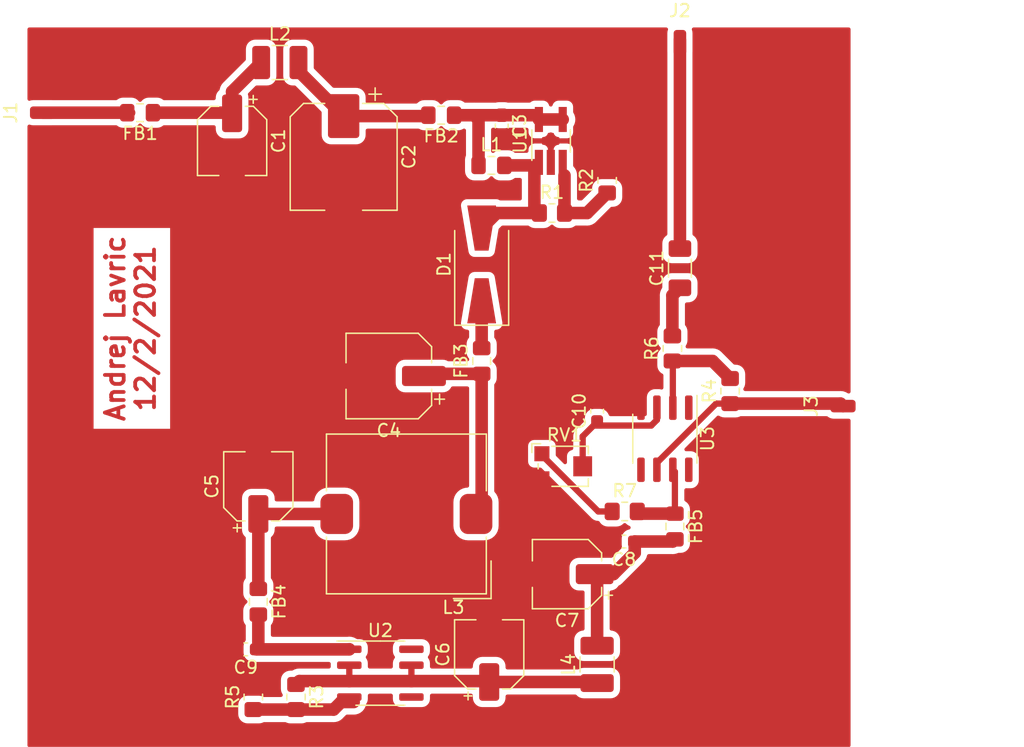
<source format=kicad_pcb>
(kicad_pcb (version 20171130) (host pcbnew 5.1.4+dfsg1-1~bpo10+1)

  (general
    (thickness 1.6)
    (drawings 1)
    (tracks 80)
    (zones 0)
    (modules 35)
    (nets 27)
  )

  (page A4)
  (layers
    (0 F.Cu signal)
    (31 B.Cu signal)
    (32 B.Adhes user)
    (33 F.Adhes user)
    (34 B.Paste user)
    (35 F.Paste user)
    (36 B.SilkS user)
    (37 F.SilkS user)
    (38 B.Mask user)
    (39 F.Mask user)
    (40 Dwgs.User user)
    (41 Cmts.User user)
    (42 Eco1.User user)
    (43 Eco2.User user)
    (44 Edge.Cuts user)
    (45 Margin user)
    (46 B.CrtYd user)
    (47 F.CrtYd user)
    (48 B.Fab user)
    (49 F.Fab user)
  )

  (setup
    (last_trace_width 1)
    (user_trace_width 0.5)
    (user_trace_width 0.8)
    (user_trace_width 1)
    (trace_clearance 0.2)
    (zone_clearance 0.5)
    (zone_45_only no)
    (trace_min 0.2)
    (via_size 0.8)
    (via_drill 0.4)
    (via_min_size 0.4)
    (via_min_drill 0.3)
    (uvia_size 0.3)
    (uvia_drill 0.1)
    (uvias_allowed no)
    (uvia_min_size 0.2)
    (uvia_min_drill 0.1)
    (edge_width 0.05)
    (segment_width 0.2)
    (pcb_text_width 0.3)
    (pcb_text_size 1.5 1.5)
    (mod_edge_width 0.12)
    (mod_text_size 1 1)
    (mod_text_width 0.15)
    (pad_size 1.524 1.524)
    (pad_drill 0.762)
    (pad_to_mask_clearance 0)
    (aux_axis_origin 0 0)
    (visible_elements FFFFFF7F)
    (pcbplotparams
      (layerselection 0x010fc_ffffffff)
      (usegerberextensions false)
      (usegerberattributes true)
      (usegerberadvancedattributes true)
      (creategerberjobfile true)
      (excludeedgelayer true)
      (linewidth 0.100000)
      (plotframeref false)
      (viasonmask false)
      (mode 1)
      (useauxorigin false)
      (hpglpennumber 1)
      (hpglpenspeed 20)
      (hpglpendiameter 15.000000)
      (psnegative false)
      (psa4output false)
      (plotreference true)
      (plotvalue true)
      (plotinvisibletext false)
      (padsonsilk false)
      (subtractmaskfromsilk false)
      (outputformat 1)
      (mirror false)
      (drillshape 1)
      (scaleselection 1)
      (outputdirectory ""))
  )

  (net 0 "")
  (net 1 GND)
  (net 2 "Net-(C1-Pad1)")
  (net 3 "Net-(C2-Pad1)")
  (net 4 "Net-(C3-Pad1)")
  (net 5 "Net-(C4-Pad1)")
  (net 6 "Net-(C5-Pad1)")
  (net 7 "Net-(C6-Pad1)")
  (net 8 "Net-(C7-Pad1)")
  (net 9 "Net-(C9-Pad1)")
  (net 10 "Net-(C10-Pad1)")
  (net 11 "Net-(D1-Pad2)")
  (net 12 "Net-(D1-Pad1)")
  (net 13 "Net-(FB1-Pad2)")
  (net 14 "Net-(FB5-Pad1)")
  (net 15 "Net-(R1-Pad2)")
  (net 16 "Net-(R3-Pad2)")
  (net 17 "Net-(R4-Pad2)")
  (net 18 "Net-(R7-Pad1)")
  (net 19 "Net-(U2-Pad8)")
  (net 20 "Net-(U2-Pad5)")
  (net 21 "Net-(U3-Pad8)")
  (net 22 "Net-(U3-Pad5)")
  (net 23 "Net-(U3-Pad1)")
  (net 24 "Net-(C11-Pad2)")
  (net 25 "Net-(C11-Pad1)")
  (net 26 "Net-(J3-Pad1)")

  (net_class Default "This is the default net class."
    (clearance 0.2)
    (trace_width 0.25)
    (via_dia 0.8)
    (via_drill 0.4)
    (uvia_dia 0.3)
    (uvia_drill 0.1)
    (add_net GND)
    (add_net "Net-(C1-Pad1)")
    (add_net "Net-(C10-Pad1)")
    (add_net "Net-(C11-Pad1)")
    (add_net "Net-(C11-Pad2)")
    (add_net "Net-(C2-Pad1)")
    (add_net "Net-(C3-Pad1)")
    (add_net "Net-(C4-Pad1)")
    (add_net "Net-(C5-Pad1)")
    (add_net "Net-(C6-Pad1)")
    (add_net "Net-(C7-Pad1)")
    (add_net "Net-(C9-Pad1)")
    (add_net "Net-(D1-Pad1)")
    (add_net "Net-(D1-Pad2)")
    (add_net "Net-(FB1-Pad2)")
    (add_net "Net-(FB5-Pad1)")
    (add_net "Net-(J3-Pad1)")
    (add_net "Net-(R1-Pad2)")
    (add_net "Net-(R3-Pad2)")
    (add_net "Net-(R4-Pad2)")
    (add_net "Net-(R7-Pad1)")
    (add_net "Net-(U2-Pad5)")
    (add_net "Net-(U2-Pad8)")
    (add_net "Net-(U3-Pad1)")
    (add_net "Net-(U3-Pad5)")
    (add_net "Net-(U3-Pad8)")
  )

  (module Connector_Wire:SolderWirePad_1x01_SMD_1x2mm (layer F.Cu) (tedit 5DD6EB27) (tstamp 6025A7B1)
    (at 116 91 90)
    (descr "Wire Pad, Square, SMD Pad,  5mm x 10mm,")
    (tags "MesurementPoint Square SMDPad 5mmx10mm ")
    (path /60257F39)
    (attr virtual)
    (fp_text reference J3 (at 0 -2.54 90) (layer F.SilkS)
      (effects (font (size 1 1) (thickness 0.15)))
    )
    (fp_text value SMA (at 0 2.54 90) (layer F.Fab)
      (effects (font (size 1 1) (thickness 0.15)))
    )
    (fp_line (start -0.63 1.27) (end -0.63 -1.27) (layer F.Fab) (width 0.1))
    (fp_line (start 0.63 1.27) (end -0.63 1.27) (layer F.Fab) (width 0.1))
    (fp_line (start 0.63 -1.27) (end 0.63 1.27) (layer F.Fab) (width 0.1))
    (fp_line (start -0.63 -1.27) (end 0.63 -1.27) (layer F.Fab) (width 0.1))
    (fp_line (start -0.63 -1.27) (end -0.63 1.27) (layer F.CrtYd) (width 0.05))
    (fp_line (start -0.63 1.27) (end 0.63 1.27) (layer F.CrtYd) (width 0.05))
    (fp_line (start 0.63 1.27) (end 0.63 -1.27) (layer F.CrtYd) (width 0.05))
    (fp_line (start 0.63 -1.27) (end -0.63 -1.27) (layer F.CrtYd) (width 0.05))
    (fp_text user %R (at 0 0 90) (layer F.Fab)
      (effects (font (size 1 1) (thickness 0.15)))
    )
    (pad 1 smd roundrect (at 0 0 90) (size 1 2) (layers F.Cu F.Paste F.Mask) (roundrect_rratio 0.25)
      (net 26 "Net-(J3-Pad1)"))
  )

  (module Connector_Wire:SolderWirePad_1x01_SMD_1x2mm (layer F.Cu) (tedit 5DD6EB27) (tstamp 6025A7A3)
    (at 103 62)
    (descr "Wire Pad, Square, SMD Pad,  5mm x 10mm,")
    (tags "MesurementPoint Square SMDPad 5mmx10mm ")
    (path /602586CD)
    (attr virtual)
    (fp_text reference J2 (at 0 -2.54) (layer F.SilkS)
      (effects (font (size 1 1) (thickness 0.15)))
    )
    (fp_text value BNC (at 0 2.54) (layer F.Fab)
      (effects (font (size 1 1) (thickness 0.15)))
    )
    (fp_line (start -0.63 1.27) (end -0.63 -1.27) (layer F.Fab) (width 0.1))
    (fp_line (start 0.63 1.27) (end -0.63 1.27) (layer F.Fab) (width 0.1))
    (fp_line (start 0.63 -1.27) (end 0.63 1.27) (layer F.Fab) (width 0.1))
    (fp_line (start -0.63 -1.27) (end 0.63 -1.27) (layer F.Fab) (width 0.1))
    (fp_line (start -0.63 -1.27) (end -0.63 1.27) (layer F.CrtYd) (width 0.05))
    (fp_line (start -0.63 1.27) (end 0.63 1.27) (layer F.CrtYd) (width 0.05))
    (fp_line (start 0.63 1.27) (end 0.63 -1.27) (layer F.CrtYd) (width 0.05))
    (fp_line (start 0.63 -1.27) (end -0.63 -1.27) (layer F.CrtYd) (width 0.05))
    (fp_text user %R (at 0 0) (layer F.Fab)
      (effects (font (size 1 1) (thickness 0.15)))
    )
    (pad 1 smd roundrect (at 0 0) (size 1 2) (layers F.Cu F.Paste F.Mask) (roundrect_rratio 0.25)
      (net 24 "Net-(C11-Pad2)"))
  )

  (module Connector_Wire:SolderWirePad_1x01_SMD_1x2mm (layer F.Cu) (tedit 5DD6EB27) (tstamp 6025A795)
    (at 52.2 67.6 90)
    (descr "Wire Pad, Square, SMD Pad,  5mm x 10mm,")
    (tags "MesurementPoint Square SMDPad 5mmx10mm ")
    (path /602660F9)
    (attr virtual)
    (fp_text reference J1 (at 0 -2.54 90) (layer F.SilkS)
      (effects (font (size 1 1) (thickness 0.15)))
    )
    (fp_text value 5-10V (at 0 2.54 90) (layer F.Fab)
      (effects (font (size 1 1) (thickness 0.15)))
    )
    (fp_line (start -0.63 1.27) (end -0.63 -1.27) (layer F.Fab) (width 0.1))
    (fp_line (start 0.63 1.27) (end -0.63 1.27) (layer F.Fab) (width 0.1))
    (fp_line (start 0.63 -1.27) (end 0.63 1.27) (layer F.Fab) (width 0.1))
    (fp_line (start -0.63 -1.27) (end 0.63 -1.27) (layer F.Fab) (width 0.1))
    (fp_line (start -0.63 -1.27) (end -0.63 1.27) (layer F.CrtYd) (width 0.05))
    (fp_line (start -0.63 1.27) (end 0.63 1.27) (layer F.CrtYd) (width 0.05))
    (fp_line (start 0.63 1.27) (end 0.63 -1.27) (layer F.CrtYd) (width 0.05))
    (fp_line (start 0.63 -1.27) (end -0.63 -1.27) (layer F.CrtYd) (width 0.05))
    (fp_text user %R (at 0 0 270) (layer F.Fab)
      (effects (font (size 1 1) (thickness 0.15)))
    )
    (pad 1 smd roundrect (at 0 0 90) (size 1 2) (layers F.Cu F.Paste F.Mask) (roundrect_rratio 0.25)
      (net 13 "Net-(FB1-Pad2)"))
  )

  (module Capacitor_SMD:C_1206_3216Metric_Pad1.33x1.80mm_HandSolder (layer F.Cu) (tedit 5F68FEEF) (tstamp 6025A6B1)
    (at 103 80 90)
    (descr "Capacitor SMD 1206 (3216 Metric), square (rectangular) end terminal, IPC_7351 nominal with elongated pad for handsoldering. (Body size source: IPC-SM-782 page 76, https://www.pcb-3d.com/wordpress/wp-content/uploads/ipc-sm-782a_amendment_1_and_2.pdf), generated with kicad-footprint-generator")
    (tags "capacitor handsolder")
    (path /60256E3B)
    (attr smd)
    (fp_text reference C11 (at 0 -1.85 90) (layer F.SilkS)
      (effects (font (size 1 1) (thickness 0.15)))
    )
    (fp_text value 10u (at 0 1.85 90) (layer F.Fab)
      (effects (font (size 1 1) (thickness 0.15)))
    )
    (fp_text user %R (at 0 0 90) (layer F.Fab)
      (effects (font (size 0.8 0.8) (thickness 0.12)))
    )
    (fp_line (start 2.48 1.15) (end -2.48 1.15) (layer F.CrtYd) (width 0.05))
    (fp_line (start 2.48 -1.15) (end 2.48 1.15) (layer F.CrtYd) (width 0.05))
    (fp_line (start -2.48 -1.15) (end 2.48 -1.15) (layer F.CrtYd) (width 0.05))
    (fp_line (start -2.48 1.15) (end -2.48 -1.15) (layer F.CrtYd) (width 0.05))
    (fp_line (start -0.711252 0.91) (end 0.711252 0.91) (layer F.SilkS) (width 0.12))
    (fp_line (start -0.711252 -0.91) (end 0.711252 -0.91) (layer F.SilkS) (width 0.12))
    (fp_line (start 1.6 0.8) (end -1.6 0.8) (layer F.Fab) (width 0.1))
    (fp_line (start 1.6 -0.8) (end 1.6 0.8) (layer F.Fab) (width 0.1))
    (fp_line (start -1.6 -0.8) (end 1.6 -0.8) (layer F.Fab) (width 0.1))
    (fp_line (start -1.6 0.8) (end -1.6 -0.8) (layer F.Fab) (width 0.1))
    (pad 2 smd roundrect (at 1.5625 0 90) (size 1.325 1.8) (layers F.Cu F.Paste F.Mask) (roundrect_rratio 0.188679)
      (net 24 "Net-(C11-Pad2)"))
    (pad 1 smd roundrect (at -1.5625 0 90) (size 1.325 1.8) (layers F.Cu F.Paste F.Mask) (roundrect_rratio 0.188679)
      (net 25 "Net-(C11-Pad1)"))
    (model ${KISYS3DMOD}/Capacitor_SMD.3dshapes/C_1206_3216Metric.wrl
      (at (xyz 0 0 0))
      (scale (xyz 1 1 1))
      (rotate (xyz 0 0 0))
    )
  )

  (module Package_SO:SOIC-8_3.9x4.9mm_P1.27mm (layer F.Cu) (tedit 5D9F72B1) (tstamp 60249C83)
    (at 101.8 93.6 270)
    (descr "SOIC, 8 Pin (JEDEC MS-012AA, https://www.analog.com/media/en/package-pcb-resources/package/pkg_pdf/soic_narrow-r/r_8.pdf), generated with kicad-footprint-generator ipc_gullwing_generator.py")
    (tags "SOIC SO")
    (path /601A9DFD)
    (attr smd)
    (fp_text reference U3 (at 0 -3.4 90) (layer F.SilkS)
      (effects (font (size 1 1) (thickness 0.15)))
    )
    (fp_text value OP184 (at 0 3.4 90) (layer F.Fab)
      (effects (font (size 1 1) (thickness 0.15)))
    )
    (fp_text user %R (at 0.2 0 90) (layer F.Fab)
      (effects (font (size 0.98 0.98) (thickness 0.15)))
    )
    (fp_line (start 0 2.56) (end 1.95 2.56) (layer F.SilkS) (width 0.12))
    (fp_line (start 0 2.56) (end -1.95 2.56) (layer F.SilkS) (width 0.12))
    (fp_line (start 0 -2.56) (end 1.95 -2.56) (layer F.SilkS) (width 0.12))
    (fp_line (start 0 -2.56) (end -3.45 -2.56) (layer F.SilkS) (width 0.12))
    (fp_line (start -0.975 -2.45) (end 1.95 -2.45) (layer F.Fab) (width 0.1))
    (fp_line (start 1.95 -2.45) (end 1.95 2.45) (layer F.Fab) (width 0.1))
    (fp_line (start 1.95 2.45) (end -1.95 2.45) (layer F.Fab) (width 0.1))
    (fp_line (start -1.95 2.45) (end -1.95 -1.475) (layer F.Fab) (width 0.1))
    (fp_line (start -1.95 -1.475) (end -0.975 -2.45) (layer F.Fab) (width 0.1))
    (fp_line (start -3.7 -2.7) (end -3.7 2.7) (layer F.CrtYd) (width 0.05))
    (fp_line (start -3.7 2.7) (end 3.7 2.7) (layer F.CrtYd) (width 0.05))
    (fp_line (start 3.7 2.7) (end 3.7 -2.7) (layer F.CrtYd) (width 0.05))
    (fp_line (start 3.7 -2.7) (end -3.7 -2.7) (layer F.CrtYd) (width 0.05))
    (pad 8 smd roundrect (at 2.475 -1.905 270) (size 1.95 0.6) (layers F.Cu F.Paste F.Mask) (roundrect_rratio 0.25)
      (net 21 "Net-(U3-Pad8)"))
    (pad 7 smd roundrect (at 2.475 -0.635 270) (size 1.95 0.6) (layers F.Cu F.Paste F.Mask) (roundrect_rratio 0.25)
      (net 14 "Net-(FB5-Pad1)"))
    (pad 6 smd roundrect (at 2.475 0.635 270) (size 1.95 0.6) (layers F.Cu F.Paste F.Mask) (roundrect_rratio 0.25)
      (net 26 "Net-(J3-Pad1)"))
    (pad 5 smd roundrect (at 2.475 1.905 270) (size 1.95 0.6) (layers F.Cu F.Paste F.Mask) (roundrect_rratio 0.25)
      (net 22 "Net-(U3-Pad5)"))
    (pad 4 smd roundrect (at -2.475 1.905 270) (size 1.95 0.6) (layers F.Cu F.Paste F.Mask) (roundrect_rratio 0.25)
      (net 1 GND))
    (pad 3 smd roundrect (at -2.475 0.635 270) (size 1.95 0.6) (layers F.Cu F.Paste F.Mask) (roundrect_rratio 0.25)
      (net 10 "Net-(C10-Pad1)"))
    (pad 2 smd roundrect (at -2.475 -0.635 270) (size 1.95 0.6) (layers F.Cu F.Paste F.Mask) (roundrect_rratio 0.25)
      (net 17 "Net-(R4-Pad2)"))
    (pad 1 smd roundrect (at -2.475 -1.905 270) (size 1.95 0.6) (layers F.Cu F.Paste F.Mask) (roundrect_rratio 0.25)
      (net 23 "Net-(U3-Pad1)"))
    (model ${KISYS3DMOD}/Package_SO.3dshapes/SOIC-8_3.9x4.9mm_P1.27mm.wrl
      (at (xyz 0 0 0))
      (scale (xyz 1 1 1))
      (rotate (xyz 0 0 0))
    )
  )

  (module Package_SO:SOIC-8_3.9x4.9mm_P1.27mm (layer F.Cu) (tedit 5D9F72B1) (tstamp 60249C69)
    (at 79.125 112.295)
    (descr "SOIC, 8 Pin (JEDEC MS-012AA, https://www.analog.com/media/en/package-pcb-resources/package/pkg_pdf/soic_narrow-r/r_8.pdf), generated with kicad-footprint-generator ipc_gullwing_generator.py")
    (tags "SOIC SO")
    (path /60290741)
    (attr smd)
    (fp_text reference U2 (at 0 -3.4) (layer F.SilkS)
      (effects (font (size 1 1) (thickness 0.15)))
    )
    (fp_text value LM317L_SO8 (at 0 3.4) (layer F.Fab)
      (effects (font (size 1 1) (thickness 0.15)))
    )
    (fp_text user %R (at 0 0) (layer F.Fab)
      (effects (font (size 0.98 0.98) (thickness 0.15)))
    )
    (fp_line (start 0 2.56) (end 1.95 2.56) (layer F.SilkS) (width 0.12))
    (fp_line (start 0 2.56) (end -1.95 2.56) (layer F.SilkS) (width 0.12))
    (fp_line (start 0 -2.56) (end 1.95 -2.56) (layer F.SilkS) (width 0.12))
    (fp_line (start 0 -2.56) (end -3.45 -2.56) (layer F.SilkS) (width 0.12))
    (fp_line (start -0.975 -2.45) (end 1.95 -2.45) (layer F.Fab) (width 0.1))
    (fp_line (start 1.95 -2.45) (end 1.95 2.45) (layer F.Fab) (width 0.1))
    (fp_line (start 1.95 2.45) (end -1.95 2.45) (layer F.Fab) (width 0.1))
    (fp_line (start -1.95 2.45) (end -1.95 -1.475) (layer F.Fab) (width 0.1))
    (fp_line (start -1.95 -1.475) (end -0.975 -2.45) (layer F.Fab) (width 0.1))
    (fp_line (start -3.7 -2.7) (end -3.7 2.7) (layer F.CrtYd) (width 0.05))
    (fp_line (start -3.7 2.7) (end 3.7 2.7) (layer F.CrtYd) (width 0.05))
    (fp_line (start 3.7 2.7) (end 3.7 -2.7) (layer F.CrtYd) (width 0.05))
    (fp_line (start 3.7 -2.7) (end -3.7 -2.7) (layer F.CrtYd) (width 0.05))
    (pad 8 smd roundrect (at 2.475 -1.905) (size 1.95 0.6) (layers F.Cu F.Paste F.Mask) (roundrect_rratio 0.25)
      (net 19 "Net-(U2-Pad8)"))
    (pad 7 smd roundrect (at 2.475 -0.635) (size 1.95 0.6) (layers F.Cu F.Paste F.Mask) (roundrect_rratio 0.25)
      (net 7 "Net-(C6-Pad1)"))
    (pad 6 smd roundrect (at 2.475 0.635) (size 1.95 0.6) (layers F.Cu F.Paste F.Mask) (roundrect_rratio 0.25)
      (net 7 "Net-(C6-Pad1)"))
    (pad 5 smd roundrect (at 2.475 1.905) (size 1.95 0.6) (layers F.Cu F.Paste F.Mask) (roundrect_rratio 0.25)
      (net 20 "Net-(U2-Pad5)"))
    (pad 4 smd roundrect (at -2.475 1.905) (size 1.95 0.6) (layers F.Cu F.Paste F.Mask) (roundrect_rratio 0.25)
      (net 16 "Net-(R3-Pad2)"))
    (pad 3 smd roundrect (at -2.475 0.635) (size 1.95 0.6) (layers F.Cu F.Paste F.Mask) (roundrect_rratio 0.25)
      (net 7 "Net-(C6-Pad1)"))
    (pad 2 smd roundrect (at -2.475 -0.635) (size 1.95 0.6) (layers F.Cu F.Paste F.Mask) (roundrect_rratio 0.25)
      (net 7 "Net-(C6-Pad1)"))
    (pad 1 smd roundrect (at -2.475 -1.905) (size 1.95 0.6) (layers F.Cu F.Paste F.Mask) (roundrect_rratio 0.25)
      (net 9 "Net-(C9-Pad1)"))
    (model ${KISYS3DMOD}/Package_SO.3dshapes/SOIC-8_3.9x4.9mm_P1.27mm.wrl
      (at (xyz 0 0 0))
      (scale (xyz 1 1 1))
      (rotate (xyz 0 0 0))
    )
  )

  (module Package_TO_SOT_SMD:TSOT-23-5_HandSoldering (layer F.Cu) (tedit 5A02FF57) (tstamp 60249C4F)
    (at 92.71 69.85 90)
    (descr "5-pin TSOT23 package, http://cds.linear.com/docs/en/packaging/SOT_5_05-08-1635.pdf")
    (tags "TSOT-23-5 Hand-soldering")
    (path /601A975F)
    (attr smd)
    (fp_text reference U1 (at 0 -2.45 90) (layer F.SilkS)
      (effects (font (size 1 1) (thickness 0.15)))
    )
    (fp_text value MIC2288 (at 0 2.5 90) (layer F.Fab)
      (effects (font (size 1 1) (thickness 0.15)))
    )
    (fp_text user %R (at 0 0) (layer F.Fab)
      (effects (font (size 0.5 0.5) (thickness 0.075)))
    )
    (fp_line (start -0.88 1.56) (end 0.88 1.56) (layer F.SilkS) (width 0.12))
    (fp_line (start 0.88 -1.51) (end -1.55 -1.51) (layer F.SilkS) (width 0.12))
    (fp_line (start -0.88 -1) (end -0.43 -1.45) (layer F.Fab) (width 0.1))
    (fp_line (start 0.88 -1.45) (end -0.43 -1.45) (layer F.Fab) (width 0.1))
    (fp_line (start -0.88 -1) (end -0.88 1.45) (layer F.Fab) (width 0.1))
    (fp_line (start 0.88 1.45) (end -0.88 1.45) (layer F.Fab) (width 0.1))
    (fp_line (start 0.88 -1.45) (end 0.88 1.45) (layer F.Fab) (width 0.1))
    (fp_line (start -2.96 -1.7) (end 2.96 -1.7) (layer F.CrtYd) (width 0.05))
    (fp_line (start -2.96 -1.7) (end -2.96 1.7) (layer F.CrtYd) (width 0.05))
    (fp_line (start 2.96 1.7) (end 2.96 -1.7) (layer F.CrtYd) (width 0.05))
    (fp_line (start 2.96 1.7) (end -2.96 1.7) (layer F.CrtYd) (width 0.05))
    (pad 5 smd rect (at 1.71 -0.95 90) (size 2 0.65) (layers F.Cu F.Paste F.Mask)
      (net 4 "Net-(C3-Pad1)"))
    (pad 4 smd rect (at 1.71 0.95 90) (size 2 0.65) (layers F.Cu F.Paste F.Mask)
      (net 4 "Net-(C3-Pad1)"))
    (pad 3 smd rect (at -1.71 0.95 90) (size 2 0.65) (layers F.Cu F.Paste F.Mask)
      (net 15 "Net-(R1-Pad2)"))
    (pad 2 smd rect (at -1.71 0 90) (size 2 0.65) (layers F.Cu F.Paste F.Mask)
      (net 1 GND))
    (pad 1 smd rect (at -1.71 -0.95 90) (size 2 0.65) (layers F.Cu F.Paste F.Mask)
      (net 11 "Net-(D1-Pad2)"))
    (model ${KISYS3DMOD}/Package_TO_SOT_SMD.3dshapes/TSOT-23-5.wrl
      (at (xyz 0 0 0))
      (scale (xyz 1 1 1))
      (rotate (xyz 0 0 0))
    )
  )

  (module Potentiometer_SMD:Potentiometer_Bourns_TC33X_Vertical (layer F.Cu) (tedit 5C165D15) (tstamp 60249C3A)
    (at 93.8 95.8)
    (descr "Potentiometer, Bourns, TC33X, Vertical, https://www.bourns.com/pdfs/TC33.pdf")
    (tags "Potentiometer Bourns TC33X Vertical")
    (path /602819F3)
    (attr smd)
    (fp_text reference RV1 (at 0 -2.5) (layer F.SilkS)
      (effects (font (size 1 1) (thickness 0.15)))
    )
    (fp_text value R_POT (at 0 2.5) (layer F.Fab)
      (effects (font (size 1 1) (thickness 0.15)))
    )
    (fp_text user "Wiper may be\nanywhere within\ncircle shown" (at -0.15 -0.8) (layer Cmts.User)
      (effects (font (size 0.15 0.15) (thickness 0.02)))
    )
    (fp_text user %R (at 0 0) (layer F.Fab)
      (effects (font (size 0.7 0.7) (thickness 0.105)))
    )
    (fp_circle (center 0 0) (end 1.5 0) (layer F.Fab) (width 0.1))
    (fp_line (start -2 -0.75) (end -2 1.5) (layer F.Fab) (width 0.1))
    (fp_line (start -2 1.5) (end 1.8 1.5) (layer F.Fab) (width 0.1))
    (fp_line (start 1.8 1.5) (end 1.8 -1.5) (layer F.Fab) (width 0.1))
    (fp_line (start 1.8 -1.5) (end -1.25 -1.5) (layer F.Fab) (width 0.1))
    (fp_line (start -1.25 -1.5) (end -2 -0.75) (layer F.Fab) (width 0.1))
    (fp_line (start -2.1 -0.2) (end -2.1 0.2) (layer F.SilkS) (width 0.12))
    (fp_line (start -1 -1.6) (end 1.9 -1.6) (layer F.SilkS) (width 0.12))
    (fp_line (start 1.9 -1.6) (end 1.9 -1) (layer F.SilkS) (width 0.12))
    (fp_line (start -1 1.6) (end 1.9 1.6) (layer F.SilkS) (width 0.12))
    (fp_line (start 1.9 1.6) (end 1.9 1) (layer F.SilkS) (width 0.12))
    (fp_line (start -1.9 -1.8) (end -2.6 -1.8) (layer F.SilkS) (width 0.12))
    (fp_line (start -2.6 -1.8) (end -2.6 -1.1) (layer F.SilkS) (width 0.12))
    (fp_line (start -2.65 -1.85) (end 2.45 -1.85) (layer F.CrtYd) (width 0.05))
    (fp_line (start 2.45 -1.85) (end 2.45 1.85) (layer F.CrtYd) (width 0.05))
    (fp_line (start 2.45 1.85) (end -2.65 1.85) (layer F.CrtYd) (width 0.05))
    (fp_line (start -2.65 1.85) (end -2.65 -1.85) (layer F.CrtYd) (width 0.05))
    (fp_circle (center 0 0) (end 1.8 0) (layer Dwgs.User) (width 0.05))
    (pad 2 smd rect (at 1.45 0) (size 1.5 1.6) (layers F.Cu F.Paste F.Mask)
      (net 10 "Net-(C10-Pad1)"))
    (pad 3 smd rect (at -1.8 1) (size 1.2 1.2) (layers F.Cu F.Paste F.Mask)
      (net 1 GND))
    (pad 1 smd rect (at -1.8 -1) (size 1.2 1.2) (layers F.Cu F.Paste F.Mask)
      (net 18 "Net-(R7-Pad1)"))
    (model ${KISYS3DMOD}/Potentiometer_SMD.3dshapes/Potentiometer_Bourns_TC33X_Vertical.wrl
      (at (xyz 0 0 0))
      (scale (xyz 1 1 1))
      (rotate (xyz 0 0 0))
    )
  )

  (module Resistor_SMD:R_0805_2012Metric_Pad1.20x1.40mm_HandSolder (layer F.Cu) (tedit 5F68FEEE) (tstamp 60249C1F)
    (at 98.6 99.4)
    (descr "Resistor SMD 0805 (2012 Metric), square (rectangular) end terminal, IPC_7351 nominal with elongated pad for handsoldering. (Body size source: IPC-SM-782 page 72, https://www.pcb-3d.com/wordpress/wp-content/uploads/ipc-sm-782a_amendment_1_and_2.pdf), generated with kicad-footprint-generator")
    (tags "resistor handsolder")
    (path /6025674D)
    (attr smd)
    (fp_text reference R7 (at 0 -1.65) (layer F.SilkS)
      (effects (font (size 1 1) (thickness 0.15)))
    )
    (fp_text value R (at 0 1.65) (layer F.Fab)
      (effects (font (size 1 1) (thickness 0.15)))
    )
    (fp_text user %R (at 0 0) (layer F.Fab)
      (effects (font (size 0.5 0.5) (thickness 0.08)))
    )
    (fp_line (start -1 0.625) (end -1 -0.625) (layer F.Fab) (width 0.1))
    (fp_line (start -1 -0.625) (end 1 -0.625) (layer F.Fab) (width 0.1))
    (fp_line (start 1 -0.625) (end 1 0.625) (layer F.Fab) (width 0.1))
    (fp_line (start 1 0.625) (end -1 0.625) (layer F.Fab) (width 0.1))
    (fp_line (start -0.227064 -0.735) (end 0.227064 -0.735) (layer F.SilkS) (width 0.12))
    (fp_line (start -0.227064 0.735) (end 0.227064 0.735) (layer F.SilkS) (width 0.12))
    (fp_line (start -1.85 0.95) (end -1.85 -0.95) (layer F.CrtYd) (width 0.05))
    (fp_line (start -1.85 -0.95) (end 1.85 -0.95) (layer F.CrtYd) (width 0.05))
    (fp_line (start 1.85 -0.95) (end 1.85 0.95) (layer F.CrtYd) (width 0.05))
    (fp_line (start 1.85 0.95) (end -1.85 0.95) (layer F.CrtYd) (width 0.05))
    (pad 2 smd roundrect (at 1 0) (size 1.2 1.4) (layers F.Cu F.Paste F.Mask) (roundrect_rratio 0.208333)
      (net 14 "Net-(FB5-Pad1)"))
    (pad 1 smd roundrect (at -1 0) (size 1.2 1.4) (layers F.Cu F.Paste F.Mask) (roundrect_rratio 0.208333)
      (net 18 "Net-(R7-Pad1)"))
    (model ${KISYS3DMOD}/Resistor_SMD.3dshapes/R_0805_2012Metric.wrl
      (at (xyz 0 0 0))
      (scale (xyz 1 1 1))
      (rotate (xyz 0 0 0))
    )
  )

  (module Resistor_SMD:R_0805_2012Metric_Pad1.20x1.40mm_HandSolder (layer F.Cu) (tedit 5F68FEEE) (tstamp 60249C0E)
    (at 102.4 86.4 90)
    (descr "Resistor SMD 0805 (2012 Metric), square (rectangular) end terminal, IPC_7351 nominal with elongated pad for handsoldering. (Body size source: IPC-SM-782 page 72, https://www.pcb-3d.com/wordpress/wp-content/uploads/ipc-sm-782a_amendment_1_and_2.pdf), generated with kicad-footprint-generator")
    (tags "resistor handsolder")
    (path /60255FB2)
    (attr smd)
    (fp_text reference R6 (at 0 -1.65 90) (layer F.SilkS)
      (effects (font (size 1 1) (thickness 0.15)))
    )
    (fp_text value R (at 0 1.65 90) (layer F.Fab)
      (effects (font (size 1 1) (thickness 0.15)))
    )
    (fp_text user %R (at 0 0 90) (layer F.Fab)
      (effects (font (size 0.5 0.5) (thickness 0.08)))
    )
    (fp_line (start -1 0.625) (end -1 -0.625) (layer F.Fab) (width 0.1))
    (fp_line (start -1 -0.625) (end 1 -0.625) (layer F.Fab) (width 0.1))
    (fp_line (start 1 -0.625) (end 1 0.625) (layer F.Fab) (width 0.1))
    (fp_line (start 1 0.625) (end -1 0.625) (layer F.Fab) (width 0.1))
    (fp_line (start -0.227064 -0.735) (end 0.227064 -0.735) (layer F.SilkS) (width 0.12))
    (fp_line (start -0.227064 0.735) (end 0.227064 0.735) (layer F.SilkS) (width 0.12))
    (fp_line (start -1.85 0.95) (end -1.85 -0.95) (layer F.CrtYd) (width 0.05))
    (fp_line (start -1.85 -0.95) (end 1.85 -0.95) (layer F.CrtYd) (width 0.05))
    (fp_line (start 1.85 -0.95) (end 1.85 0.95) (layer F.CrtYd) (width 0.05))
    (fp_line (start 1.85 0.95) (end -1.85 0.95) (layer F.CrtYd) (width 0.05))
    (pad 2 smd roundrect (at 1 0 90) (size 1.2 1.4) (layers F.Cu F.Paste F.Mask) (roundrect_rratio 0.208333)
      (net 25 "Net-(C11-Pad1)"))
    (pad 1 smd roundrect (at -1 0 90) (size 1.2 1.4) (layers F.Cu F.Paste F.Mask) (roundrect_rratio 0.208333)
      (net 17 "Net-(R4-Pad2)"))
    (model ${KISYS3DMOD}/Resistor_SMD.3dshapes/R_0805_2012Metric.wrl
      (at (xyz 0 0 0))
      (scale (xyz 1 1 1))
      (rotate (xyz 0 0 0))
    )
  )

  (module Resistor_SMD:R_0805_2012Metric_Pad1.20x1.40mm_HandSolder (layer F.Cu) (tedit 5F68FEEE) (tstamp 60249BFD)
    (at 69 114.2 90)
    (descr "Resistor SMD 0805 (2012 Metric), square (rectangular) end terminal, IPC_7351 nominal with elongated pad for handsoldering. (Body size source: IPC-SM-782 page 72, https://www.pcb-3d.com/wordpress/wp-content/uploads/ipc-sm-782a_amendment_1_and_2.pdf), generated with kicad-footprint-generator")
    (tags "resistor handsolder")
    (path /60255837)
    (attr smd)
    (fp_text reference R5 (at 0 -1.65 90) (layer F.SilkS)
      (effects (font (size 1 1) (thickness 0.15)))
    )
    (fp_text value R (at 0 1.65 90) (layer F.Fab)
      (effects (font (size 1 1) (thickness 0.15)))
    )
    (fp_text user %R (at 0 0 90) (layer F.Fab)
      (effects (font (size 0.5 0.5) (thickness 0.08)))
    )
    (fp_line (start -1 0.625) (end -1 -0.625) (layer F.Fab) (width 0.1))
    (fp_line (start -1 -0.625) (end 1 -0.625) (layer F.Fab) (width 0.1))
    (fp_line (start 1 -0.625) (end 1 0.625) (layer F.Fab) (width 0.1))
    (fp_line (start 1 0.625) (end -1 0.625) (layer F.Fab) (width 0.1))
    (fp_line (start -0.227064 -0.735) (end 0.227064 -0.735) (layer F.SilkS) (width 0.12))
    (fp_line (start -0.227064 0.735) (end 0.227064 0.735) (layer F.SilkS) (width 0.12))
    (fp_line (start -1.85 0.95) (end -1.85 -0.95) (layer F.CrtYd) (width 0.05))
    (fp_line (start -1.85 -0.95) (end 1.85 -0.95) (layer F.CrtYd) (width 0.05))
    (fp_line (start 1.85 -0.95) (end 1.85 0.95) (layer F.CrtYd) (width 0.05))
    (fp_line (start 1.85 0.95) (end -1.85 0.95) (layer F.CrtYd) (width 0.05))
    (pad 2 smd roundrect (at 1 0 90) (size 1.2 1.4) (layers F.Cu F.Paste F.Mask) (roundrect_rratio 0.208333)
      (net 1 GND))
    (pad 1 smd roundrect (at -1 0 90) (size 1.2 1.4) (layers F.Cu F.Paste F.Mask) (roundrect_rratio 0.208333)
      (net 16 "Net-(R3-Pad2)"))
    (model ${KISYS3DMOD}/Resistor_SMD.3dshapes/R_0805_2012Metric.wrl
      (at (xyz 0 0 0))
      (scale (xyz 1 1 1))
      (rotate (xyz 0 0 0))
    )
  )

  (module Resistor_SMD:R_0805_2012Metric_Pad1.20x1.40mm_HandSolder (layer F.Cu) (tedit 5F68FEEE) (tstamp 60249BEC)
    (at 107 89.8 90)
    (descr "Resistor SMD 0805 (2012 Metric), square (rectangular) end terminal, IPC_7351 nominal with elongated pad for handsoldering. (Body size source: IPC-SM-782 page 72, https://www.pcb-3d.com/wordpress/wp-content/uploads/ipc-sm-782a_amendment_1_and_2.pdf), generated with kicad-footprint-generator")
    (tags "resistor handsolder")
    (path /602563ED)
    (attr smd)
    (fp_text reference R4 (at 0 -1.65 90) (layer F.SilkS)
      (effects (font (size 1 1) (thickness 0.15)))
    )
    (fp_text value R (at 0 1.65 90) (layer F.Fab)
      (effects (font (size 1 1) (thickness 0.15)))
    )
    (fp_text user %R (at 0 0 90) (layer F.Fab)
      (effects (font (size 0.5 0.5) (thickness 0.08)))
    )
    (fp_line (start -1 0.625) (end -1 -0.625) (layer F.Fab) (width 0.1))
    (fp_line (start -1 -0.625) (end 1 -0.625) (layer F.Fab) (width 0.1))
    (fp_line (start 1 -0.625) (end 1 0.625) (layer F.Fab) (width 0.1))
    (fp_line (start 1 0.625) (end -1 0.625) (layer F.Fab) (width 0.1))
    (fp_line (start -0.227064 -0.735) (end 0.227064 -0.735) (layer F.SilkS) (width 0.12))
    (fp_line (start -0.227064 0.735) (end 0.227064 0.735) (layer F.SilkS) (width 0.12))
    (fp_line (start -1.85 0.95) (end -1.85 -0.95) (layer F.CrtYd) (width 0.05))
    (fp_line (start -1.85 -0.95) (end 1.85 -0.95) (layer F.CrtYd) (width 0.05))
    (fp_line (start 1.85 -0.95) (end 1.85 0.95) (layer F.CrtYd) (width 0.05))
    (fp_line (start 1.85 0.95) (end -1.85 0.95) (layer F.CrtYd) (width 0.05))
    (pad 2 smd roundrect (at 1 0 90) (size 1.2 1.4) (layers F.Cu F.Paste F.Mask) (roundrect_rratio 0.208333)
      (net 17 "Net-(R4-Pad2)"))
    (pad 1 smd roundrect (at -1 0 90) (size 1.2 1.4) (layers F.Cu F.Paste F.Mask) (roundrect_rratio 0.208333)
      (net 26 "Net-(J3-Pad1)"))
    (model ${KISYS3DMOD}/Resistor_SMD.3dshapes/R_0805_2012Metric.wrl
      (at (xyz 0 0 0))
      (scale (xyz 1 1 1))
      (rotate (xyz 0 0 0))
    )
  )

  (module Resistor_SMD:R_0805_2012Metric_Pad1.20x1.40mm_HandSolder (layer F.Cu) (tedit 5F68FEEE) (tstamp 60249BDB)
    (at 72.4 114.2 270)
    (descr "Resistor SMD 0805 (2012 Metric), square (rectangular) end terminal, IPC_7351 nominal with elongated pad for handsoldering. (Body size source: IPC-SM-782 page 72, https://www.pcb-3d.com/wordpress/wp-content/uploads/ipc-sm-782a_amendment_1_and_2.pdf), generated with kicad-footprint-generator")
    (tags "resistor handsolder")
    (path /602552D1)
    (attr smd)
    (fp_text reference R3 (at 0 -1.65 90) (layer F.SilkS)
      (effects (font (size 1 1) (thickness 0.15)))
    )
    (fp_text value R (at 0 1.65 90) (layer F.Fab)
      (effects (font (size 1 1) (thickness 0.15)))
    )
    (fp_text user %R (at 0 0 90) (layer F.Fab)
      (effects (font (size 0.5 0.5) (thickness 0.08)))
    )
    (fp_line (start -1 0.625) (end -1 -0.625) (layer F.Fab) (width 0.1))
    (fp_line (start -1 -0.625) (end 1 -0.625) (layer F.Fab) (width 0.1))
    (fp_line (start 1 -0.625) (end 1 0.625) (layer F.Fab) (width 0.1))
    (fp_line (start 1 0.625) (end -1 0.625) (layer F.Fab) (width 0.1))
    (fp_line (start -0.227064 -0.735) (end 0.227064 -0.735) (layer F.SilkS) (width 0.12))
    (fp_line (start -0.227064 0.735) (end 0.227064 0.735) (layer F.SilkS) (width 0.12))
    (fp_line (start -1.85 0.95) (end -1.85 -0.95) (layer F.CrtYd) (width 0.05))
    (fp_line (start -1.85 -0.95) (end 1.85 -0.95) (layer F.CrtYd) (width 0.05))
    (fp_line (start 1.85 -0.95) (end 1.85 0.95) (layer F.CrtYd) (width 0.05))
    (fp_line (start 1.85 0.95) (end -1.85 0.95) (layer F.CrtYd) (width 0.05))
    (pad 2 smd roundrect (at 1 0 270) (size 1.2 1.4) (layers F.Cu F.Paste F.Mask) (roundrect_rratio 0.208333)
      (net 16 "Net-(R3-Pad2)"))
    (pad 1 smd roundrect (at -1 0 270) (size 1.2 1.4) (layers F.Cu F.Paste F.Mask) (roundrect_rratio 0.208333)
      (net 7 "Net-(C6-Pad1)"))
    (model ${KISYS3DMOD}/Resistor_SMD.3dshapes/R_0805_2012Metric.wrl
      (at (xyz 0 0 0))
      (scale (xyz 1 1 1))
      (rotate (xyz 0 0 0))
    )
  )

  (module Resistor_SMD:R_0805_2012Metric_Pad1.20x1.40mm_HandSolder (layer F.Cu) (tedit 5F68FEEE) (tstamp 60249BCA)
    (at 97.2 73 90)
    (descr "Resistor SMD 0805 (2012 Metric), square (rectangular) end terminal, IPC_7351 nominal with elongated pad for handsoldering. (Body size source: IPC-SM-782 page 72, https://www.pcb-3d.com/wordpress/wp-content/uploads/ipc-sm-782a_amendment_1_and_2.pdf), generated with kicad-footprint-generator")
    (tags "resistor handsolder")
    (path /60255DC8)
    (attr smd)
    (fp_text reference R2 (at 0 -1.65 90) (layer F.SilkS)
      (effects (font (size 1 1) (thickness 0.15)))
    )
    (fp_text value R (at 0 1.65 90) (layer F.Fab)
      (effects (font (size 1 1) (thickness 0.15)))
    )
    (fp_text user %R (at 0 0 90) (layer F.Fab)
      (effects (font (size 0.5 0.5) (thickness 0.08)))
    )
    (fp_line (start -1 0.625) (end -1 -0.625) (layer F.Fab) (width 0.1))
    (fp_line (start -1 -0.625) (end 1 -0.625) (layer F.Fab) (width 0.1))
    (fp_line (start 1 -0.625) (end 1 0.625) (layer F.Fab) (width 0.1))
    (fp_line (start 1 0.625) (end -1 0.625) (layer F.Fab) (width 0.1))
    (fp_line (start -0.227064 -0.735) (end 0.227064 -0.735) (layer F.SilkS) (width 0.12))
    (fp_line (start -0.227064 0.735) (end 0.227064 0.735) (layer F.SilkS) (width 0.12))
    (fp_line (start -1.85 0.95) (end -1.85 -0.95) (layer F.CrtYd) (width 0.05))
    (fp_line (start -1.85 -0.95) (end 1.85 -0.95) (layer F.CrtYd) (width 0.05))
    (fp_line (start 1.85 -0.95) (end 1.85 0.95) (layer F.CrtYd) (width 0.05))
    (fp_line (start 1.85 0.95) (end -1.85 0.95) (layer F.CrtYd) (width 0.05))
    (pad 2 smd roundrect (at 1 0 90) (size 1.2 1.4) (layers F.Cu F.Paste F.Mask) (roundrect_rratio 0.208333)
      (net 1 GND))
    (pad 1 smd roundrect (at -1 0 90) (size 1.2 1.4) (layers F.Cu F.Paste F.Mask) (roundrect_rratio 0.208333)
      (net 15 "Net-(R1-Pad2)"))
    (model ${KISYS3DMOD}/Resistor_SMD.3dshapes/R_0805_2012Metric.wrl
      (at (xyz 0 0 0))
      (scale (xyz 1 1 1))
      (rotate (xyz 0 0 0))
    )
  )

  (module Resistor_SMD:R_0805_2012Metric_Pad1.20x1.40mm_HandSolder (layer F.Cu) (tedit 5F68FEEE) (tstamp 60249BB9)
    (at 92.8 75.6)
    (descr "Resistor SMD 0805 (2012 Metric), square (rectangular) end terminal, IPC_7351 nominal with elongated pad for handsoldering. (Body size source: IPC-SM-782 page 72, https://www.pcb-3d.com/wordpress/wp-content/uploads/ipc-sm-782a_amendment_1_and_2.pdf), generated with kicad-footprint-generator")
    (tags "resistor handsolder")
    (path /60255A9C)
    (attr smd)
    (fp_text reference R1 (at 0 -1.65) (layer F.SilkS)
      (effects (font (size 1 1) (thickness 0.15)))
    )
    (fp_text value R (at 0 1.65) (layer F.Fab)
      (effects (font (size 1 1) (thickness 0.15)))
    )
    (fp_text user %R (at 0 0) (layer F.Fab)
      (effects (font (size 0.5 0.5) (thickness 0.08)))
    )
    (fp_line (start -1 0.625) (end -1 -0.625) (layer F.Fab) (width 0.1))
    (fp_line (start -1 -0.625) (end 1 -0.625) (layer F.Fab) (width 0.1))
    (fp_line (start 1 -0.625) (end 1 0.625) (layer F.Fab) (width 0.1))
    (fp_line (start 1 0.625) (end -1 0.625) (layer F.Fab) (width 0.1))
    (fp_line (start -0.227064 -0.735) (end 0.227064 -0.735) (layer F.SilkS) (width 0.12))
    (fp_line (start -0.227064 0.735) (end 0.227064 0.735) (layer F.SilkS) (width 0.12))
    (fp_line (start -1.85 0.95) (end -1.85 -0.95) (layer F.CrtYd) (width 0.05))
    (fp_line (start -1.85 -0.95) (end 1.85 -0.95) (layer F.CrtYd) (width 0.05))
    (fp_line (start 1.85 -0.95) (end 1.85 0.95) (layer F.CrtYd) (width 0.05))
    (fp_line (start 1.85 0.95) (end -1.85 0.95) (layer F.CrtYd) (width 0.05))
    (pad 2 smd roundrect (at 1 0) (size 1.2 1.4) (layers F.Cu F.Paste F.Mask) (roundrect_rratio 0.208333)
      (net 15 "Net-(R1-Pad2)"))
    (pad 1 smd roundrect (at -1 0) (size 1.2 1.4) (layers F.Cu F.Paste F.Mask) (roundrect_rratio 0.208333)
      (net 11 "Net-(D1-Pad2)"))
    (model ${KISYS3DMOD}/Resistor_SMD.3dshapes/R_0805_2012Metric.wrl
      (at (xyz 0 0 0))
      (scale (xyz 1 1 1))
      (rotate (xyz 0 0 0))
    )
  )

  (module Inductor_SMD:L_1210_3225Metric_Pad1.42x2.65mm_HandSolder (layer F.Cu) (tedit 5F68FEF0) (tstamp 60249BA8)
    (at 96.4 111.6 90)
    (descr "Inductor SMD 1210 (3225 Metric), square (rectangular) end terminal, IPC_7351 nominal with elongated pad for handsoldering. (Body size source: http://www.tortai-tech.com/upload/download/2011102023233369053.pdf), generated with kicad-footprint-generator")
    (tags "inductor handsolder")
    (path /601BB544)
    (attr smd)
    (fp_text reference L4 (at 0 -2.28 90) (layer F.SilkS)
      (effects (font (size 1 1) (thickness 0.15)))
    )
    (fp_text value 47u (at 0 2.28 90) (layer F.Fab)
      (effects (font (size 1 1) (thickness 0.15)))
    )
    (fp_text user %R (at 0 0 90) (layer F.Fab)
      (effects (font (size 0.8 0.8) (thickness 0.12)))
    )
    (fp_line (start -1.6 1.25) (end -1.6 -1.25) (layer F.Fab) (width 0.1))
    (fp_line (start -1.6 -1.25) (end 1.6 -1.25) (layer F.Fab) (width 0.1))
    (fp_line (start 1.6 -1.25) (end 1.6 1.25) (layer F.Fab) (width 0.1))
    (fp_line (start 1.6 1.25) (end -1.6 1.25) (layer F.Fab) (width 0.1))
    (fp_line (start -0.602064 -1.36) (end 0.602064 -1.36) (layer F.SilkS) (width 0.12))
    (fp_line (start -0.602064 1.36) (end 0.602064 1.36) (layer F.SilkS) (width 0.12))
    (fp_line (start -2.45 1.58) (end -2.45 -1.58) (layer F.CrtYd) (width 0.05))
    (fp_line (start -2.45 -1.58) (end 2.45 -1.58) (layer F.CrtYd) (width 0.05))
    (fp_line (start 2.45 -1.58) (end 2.45 1.58) (layer F.CrtYd) (width 0.05))
    (fp_line (start 2.45 1.58) (end -2.45 1.58) (layer F.CrtYd) (width 0.05))
    (pad 2 smd roundrect (at 1.4875 0 90) (size 1.425 2.65) (layers F.Cu F.Paste F.Mask) (roundrect_rratio 0.175439)
      (net 8 "Net-(C7-Pad1)"))
    (pad 1 smd roundrect (at -1.4875 0 90) (size 1.425 2.65) (layers F.Cu F.Paste F.Mask) (roundrect_rratio 0.175439)
      (net 7 "Net-(C6-Pad1)"))
    (model ${KISYS3DMOD}/Inductor_SMD.3dshapes/L_1210_3225Metric.wrl
      (at (xyz 0 0 0))
      (scale (xyz 1 1 1))
      (rotate (xyz 0 0 0))
    )
  )

  (module Inductor_SMD:L_TDK_SLF12575 (layer F.Cu) (tedit 5C2392AD) (tstamp 60249B97)
    (at 81.2 99.6 180)
    (descr "Inductor, TDK, SLF12575, 12.5mmx12.5mm (Script generated with StandardBox.py) (https://product.tdk.com/info/en/catalog/datasheets/inductor_automotive_power_slf12575-h_en.pdf)")
    (tags "Inductor SLF12575")
    (path /601BBA60)
    (attr smd)
    (fp_text reference L3 (at -3.75 -7.45) (layer F.SilkS)
      (effects (font (size 1 1) (thickness 0.15)))
    )
    (fp_text value 1m (at 0 7.25) (layer F.Fab)
      (effects (font (size 1 1) (thickness 0.15)))
    )
    (fp_text user "" (at -49 0.05) (layer F.SilkS)
      (effects (font (size 3 3) (thickness 0.15)))
    )
    (fp_text user %R (at 0 0) (layer F.Fab)
      (effects (font (size 1 1) (thickness 0.15)))
    )
    (fp_line (start -5.75 -6.25) (end 6.25 -6.25) (layer F.Fab) (width 0.1))
    (fp_line (start 6.25 -6.25) (end 6.25 6.25) (layer F.Fab) (width 0.1))
    (fp_line (start 6.25 6.25) (end -6.25 6.25) (layer F.Fab) (width 0.1))
    (fp_line (start -6.25 6.25) (end -6.25 -5.75) (layer F.Fab) (width 0.1))
    (fp_line (start -6.25 -5.75) (end -5.75 -6.25) (layer F.Fab) (width 0.1))
    (fp_line (start -6.75 -3.75) (end -6.75 -6.75) (layer F.SilkS) (width 0.12))
    (fp_line (start -6.75 -6.75) (end -3.75 -6.75) (layer F.SilkS) (width 0.12))
    (fp_line (start -6.37 -6.37) (end 6.37 -6.37) (layer F.SilkS) (width 0.12))
    (fp_line (start 6.37 -6.37) (end 6.37 -1.85) (layer F.SilkS) (width 0.12))
    (fp_line (start 6.37 1.85) (end 6.37 6.37) (layer F.SilkS) (width 0.12))
    (fp_line (start -6.37 6.37) (end 6.37 6.37) (layer F.SilkS) (width 0.12))
    (fp_line (start -6.37 -6.37) (end -6.37 -1.85) (layer F.SilkS) (width 0.12))
    (fp_line (start -6.37 1.85) (end -6.37 6.37) (layer F.SilkS) (width 0.12))
    (fp_line (start -6.5 -6.5) (end 6.5 -6.5) (layer F.CrtYd) (width 0.05))
    (fp_line (start 6.5 -6.5) (end 6.5 -1.86) (layer F.CrtYd) (width 0.05))
    (fp_line (start 6.5 -1.86) (end 7.11 -1.86) (layer F.CrtYd) (width 0.05))
    (fp_line (start 7.11 -1.86) (end 7.11 1.86) (layer F.CrtYd) (width 0.05))
    (fp_line (start 7.11 1.86) (end 6.5 1.86) (layer F.CrtYd) (width 0.05))
    (fp_line (start 6.5 1.86) (end 6.5 6.5) (layer F.CrtYd) (width 0.05))
    (fp_line (start -6.5 6.5) (end 6.5 6.5) (layer F.CrtYd) (width 0.05))
    (fp_line (start -6.5 -6.5) (end -6.5 -1.86) (layer F.CrtYd) (width 0.05))
    (fp_line (start -6.5 -1.86) (end -7.11 -1.86) (layer F.CrtYd) (width 0.05))
    (fp_line (start -7.11 -1.86) (end -7.11 1.86) (layer F.CrtYd) (width 0.05))
    (fp_line (start -7.11 1.86) (end -6.5 1.86) (layer F.CrtYd) (width 0.05))
    (fp_line (start -6.5 1.86) (end -6.5 6.5) (layer F.CrtYd) (width 0.05))
    (pad 2 smd roundrect (at 5.55 0 180) (size 2.6 3.2) (layers F.Cu F.Paste F.Mask) (roundrect_rratio 0.25)
      (net 6 "Net-(C5-Pad1)"))
    (pad 1 smd roundrect (at -5.55 0 180) (size 2.6 3.2) (layers F.Cu F.Paste F.Mask) (roundrect_rratio 0.25)
      (net 5 "Net-(C4-Pad1)"))
    (model ${KISYS3DMOD}/Inductor_SMD.3dshapes/L_TDK_SLF12575.wrl
      (at (xyz 0 0 0))
      (scale (xyz 1 1 1))
      (rotate (xyz 0 0 0))
    )
  )

  (module Inductor_SMD:L_1210_3225Metric_Pad1.42x2.65mm_HandSolder (layer F.Cu) (tedit 5F68FEF0) (tstamp 60249B76)
    (at 71.1125 63.6)
    (descr "Inductor SMD 1210 (3225 Metric), square (rectangular) end terminal, IPC_7351 nominal with elongated pad for handsoldering. (Body size source: http://www.tortai-tech.com/upload/download/2011102023233369053.pdf), generated with kicad-footprint-generator")
    (tags "inductor handsolder")
    (path /601BA615)
    (attr smd)
    (fp_text reference L2 (at 0 -2.28) (layer F.SilkS)
      (effects (font (size 1 1) (thickness 0.15)))
    )
    (fp_text value 47u (at 0 2.28) (layer F.Fab)
      (effects (font (size 1 1) (thickness 0.15)))
    )
    (fp_text user %R (at 0 0) (layer F.Fab)
      (effects (font (size 0.8 0.8) (thickness 0.12)))
    )
    (fp_line (start -1.6 1.25) (end -1.6 -1.25) (layer F.Fab) (width 0.1))
    (fp_line (start -1.6 -1.25) (end 1.6 -1.25) (layer F.Fab) (width 0.1))
    (fp_line (start 1.6 -1.25) (end 1.6 1.25) (layer F.Fab) (width 0.1))
    (fp_line (start 1.6 1.25) (end -1.6 1.25) (layer F.Fab) (width 0.1))
    (fp_line (start -0.602064 -1.36) (end 0.602064 -1.36) (layer F.SilkS) (width 0.12))
    (fp_line (start -0.602064 1.36) (end 0.602064 1.36) (layer F.SilkS) (width 0.12))
    (fp_line (start -2.45 1.58) (end -2.45 -1.58) (layer F.CrtYd) (width 0.05))
    (fp_line (start -2.45 -1.58) (end 2.45 -1.58) (layer F.CrtYd) (width 0.05))
    (fp_line (start 2.45 -1.58) (end 2.45 1.58) (layer F.CrtYd) (width 0.05))
    (fp_line (start 2.45 1.58) (end -2.45 1.58) (layer F.CrtYd) (width 0.05))
    (pad 2 smd roundrect (at 1.4875 0) (size 1.425 2.65) (layers F.Cu F.Paste F.Mask) (roundrect_rratio 0.175439)
      (net 3 "Net-(C2-Pad1)"))
    (pad 1 smd roundrect (at -1.4875 0) (size 1.425 2.65) (layers F.Cu F.Paste F.Mask) (roundrect_rratio 0.175439)
      (net 2 "Net-(C1-Pad1)"))
    (model ${KISYS3DMOD}/Inductor_SMD.3dshapes/L_1210_3225Metric.wrl
      (at (xyz 0 0 0))
      (scale (xyz 1 1 1))
      (rotate (xyz 0 0 0))
    )
  )

  (module Inductor_SMD:L_0805_2012Metric_Pad1.15x1.40mm_HandSolder (layer F.Cu) (tedit 5F68FEF0) (tstamp 60249B65)
    (at 87.975 71.8)
    (descr "Inductor SMD 0805 (2012 Metric), square (rectangular) end terminal, IPC_7351 nominal with elongated pad for handsoldering. (Body size source: https://docs.google.com/spreadsheets/d/1BsfQQcO9C6DZCsRaXUlFlo91Tg2WpOkGARC1WS5S8t0/edit?usp=sharing), generated with kicad-footprint-generator")
    (tags "inductor handsolder")
    (path /601BB18D)
    (attr smd)
    (fp_text reference L1 (at 0 -1.65) (layer F.SilkS)
      (effects (font (size 1 1) (thickness 0.15)))
    )
    (fp_text value 10u (at 0 1.65) (layer F.Fab)
      (effects (font (size 1 1) (thickness 0.15)))
    )
    (fp_text user %R (at 0 0) (layer F.Fab)
      (effects (font (size 0.5 0.5) (thickness 0.08)))
    )
    (fp_line (start -1 0.6) (end -1 -0.6) (layer F.Fab) (width 0.1))
    (fp_line (start -1 -0.6) (end 1 -0.6) (layer F.Fab) (width 0.1))
    (fp_line (start 1 -0.6) (end 1 0.6) (layer F.Fab) (width 0.1))
    (fp_line (start 1 0.6) (end -1 0.6) (layer F.Fab) (width 0.1))
    (fp_line (start -0.261252 -0.71) (end 0.261252 -0.71) (layer F.SilkS) (width 0.12))
    (fp_line (start -0.261252 0.71) (end 0.261252 0.71) (layer F.SilkS) (width 0.12))
    (fp_line (start -1.85 0.95) (end -1.85 -0.95) (layer F.CrtYd) (width 0.05))
    (fp_line (start -1.85 -0.95) (end 1.85 -0.95) (layer F.CrtYd) (width 0.05))
    (fp_line (start 1.85 -0.95) (end 1.85 0.95) (layer F.CrtYd) (width 0.05))
    (fp_line (start 1.85 0.95) (end -1.85 0.95) (layer F.CrtYd) (width 0.05))
    (pad 2 smd roundrect (at 1.025 0) (size 1.15 1.4) (layers F.Cu F.Paste F.Mask) (roundrect_rratio 0.217391)
      (net 11 "Net-(D1-Pad2)"))
    (pad 1 smd roundrect (at -1.025 0) (size 1.15 1.4) (layers F.Cu F.Paste F.Mask) (roundrect_rratio 0.217391)
      (net 4 "Net-(C3-Pad1)"))
    (model ${KISYS3DMOD}/Inductor_SMD.3dshapes/L_0805_2012Metric.wrl
      (at (xyz 0 0 0))
      (scale (xyz 1 1 1))
      (rotate (xyz 0 0 0))
    )
  )

  (module Inductor_SMD:L_0805_2012Metric_Pad1.15x1.40mm_HandSolder (layer F.Cu) (tedit 5F68FEF0) (tstamp 60249B54)
    (at 102.6 100.6 270)
    (descr "Inductor SMD 0805 (2012 Metric), square (rectangular) end terminal, IPC_7351 nominal with elongated pad for handsoldering. (Body size source: https://docs.google.com/spreadsheets/d/1BsfQQcO9C6DZCsRaXUlFlo91Tg2WpOkGARC1WS5S8t0/edit?usp=sharing), generated with kicad-footprint-generator")
    (tags "inductor handsolder")
    (path /601B2B22)
    (attr smd)
    (fp_text reference FB5 (at 0 -1.65 90) (layer F.SilkS)
      (effects (font (size 1 1) (thickness 0.15)))
    )
    (fp_text value Ferrite_Bead (at 0 1.65 90) (layer F.Fab)
      (effects (font (size 1 1) (thickness 0.15)))
    )
    (fp_text user %R (at 0 0 90) (layer F.Fab)
      (effects (font (size 0.5 0.5) (thickness 0.08)))
    )
    (fp_line (start -1 0.6) (end -1 -0.6) (layer F.Fab) (width 0.1))
    (fp_line (start -1 -0.6) (end 1 -0.6) (layer F.Fab) (width 0.1))
    (fp_line (start 1 -0.6) (end 1 0.6) (layer F.Fab) (width 0.1))
    (fp_line (start 1 0.6) (end -1 0.6) (layer F.Fab) (width 0.1))
    (fp_line (start -0.261252 -0.71) (end 0.261252 -0.71) (layer F.SilkS) (width 0.12))
    (fp_line (start -0.261252 0.71) (end 0.261252 0.71) (layer F.SilkS) (width 0.12))
    (fp_line (start -1.85 0.95) (end -1.85 -0.95) (layer F.CrtYd) (width 0.05))
    (fp_line (start -1.85 -0.95) (end 1.85 -0.95) (layer F.CrtYd) (width 0.05))
    (fp_line (start 1.85 -0.95) (end 1.85 0.95) (layer F.CrtYd) (width 0.05))
    (fp_line (start 1.85 0.95) (end -1.85 0.95) (layer F.CrtYd) (width 0.05))
    (pad 2 smd roundrect (at 1.025 0 270) (size 1.15 1.4) (layers F.Cu F.Paste F.Mask) (roundrect_rratio 0.217391)
      (net 8 "Net-(C7-Pad1)"))
    (pad 1 smd roundrect (at -1.025 0 270) (size 1.15 1.4) (layers F.Cu F.Paste F.Mask) (roundrect_rratio 0.217391)
      (net 14 "Net-(FB5-Pad1)"))
    (model ${KISYS3DMOD}/Inductor_SMD.3dshapes/L_0805_2012Metric.wrl
      (at (xyz 0 0 0))
      (scale (xyz 1 1 1))
      (rotate (xyz 0 0 0))
    )
  )

  (module Inductor_SMD:L_0805_2012Metric_Pad1.15x1.40mm_HandSolder (layer F.Cu) (tedit 5F68FEF0) (tstamp 60249B43)
    (at 69.4 106.6 270)
    (descr "Inductor SMD 0805 (2012 Metric), square (rectangular) end terminal, IPC_7351 nominal with elongated pad for handsoldering. (Body size source: https://docs.google.com/spreadsheets/d/1BsfQQcO9C6DZCsRaXUlFlo91Tg2WpOkGARC1WS5S8t0/edit?usp=sharing), generated with kicad-footprint-generator")
    (tags "inductor handsolder")
    (path /601B2852)
    (attr smd)
    (fp_text reference FB4 (at 0 -1.65 90) (layer F.SilkS)
      (effects (font (size 1 1) (thickness 0.15)))
    )
    (fp_text value Ferrite_Bead (at 0 1.65 90) (layer F.Fab)
      (effects (font (size 1 1) (thickness 0.15)))
    )
    (fp_text user %R (at 0 0 90) (layer F.Fab)
      (effects (font (size 0.5 0.5) (thickness 0.08)))
    )
    (fp_line (start -1 0.6) (end -1 -0.6) (layer F.Fab) (width 0.1))
    (fp_line (start -1 -0.6) (end 1 -0.6) (layer F.Fab) (width 0.1))
    (fp_line (start 1 -0.6) (end 1 0.6) (layer F.Fab) (width 0.1))
    (fp_line (start 1 0.6) (end -1 0.6) (layer F.Fab) (width 0.1))
    (fp_line (start -0.261252 -0.71) (end 0.261252 -0.71) (layer F.SilkS) (width 0.12))
    (fp_line (start -0.261252 0.71) (end 0.261252 0.71) (layer F.SilkS) (width 0.12))
    (fp_line (start -1.85 0.95) (end -1.85 -0.95) (layer F.CrtYd) (width 0.05))
    (fp_line (start -1.85 -0.95) (end 1.85 -0.95) (layer F.CrtYd) (width 0.05))
    (fp_line (start 1.85 -0.95) (end 1.85 0.95) (layer F.CrtYd) (width 0.05))
    (fp_line (start 1.85 0.95) (end -1.85 0.95) (layer F.CrtYd) (width 0.05))
    (pad 2 smd roundrect (at 1.025 0 270) (size 1.15 1.4) (layers F.Cu F.Paste F.Mask) (roundrect_rratio 0.217391)
      (net 9 "Net-(C9-Pad1)"))
    (pad 1 smd roundrect (at -1.025 0 270) (size 1.15 1.4) (layers F.Cu F.Paste F.Mask) (roundrect_rratio 0.217391)
      (net 6 "Net-(C5-Pad1)"))
    (model ${KISYS3DMOD}/Inductor_SMD.3dshapes/L_0805_2012Metric.wrl
      (at (xyz 0 0 0))
      (scale (xyz 1 1 1))
      (rotate (xyz 0 0 0))
    )
  )

  (module Inductor_SMD:L_0805_2012Metric_Pad1.15x1.40mm_HandSolder (layer F.Cu) (tedit 5F68FEF0) (tstamp 60249B32)
    (at 87.2 87.4 90)
    (descr "Inductor SMD 0805 (2012 Metric), square (rectangular) end terminal, IPC_7351 nominal with elongated pad for handsoldering. (Body size source: https://docs.google.com/spreadsheets/d/1BsfQQcO9C6DZCsRaXUlFlo91Tg2WpOkGARC1WS5S8t0/edit?usp=sharing), generated with kicad-footprint-generator")
    (tags "inductor handsolder")
    (path /601B238D)
    (attr smd)
    (fp_text reference FB3 (at 0 -1.65 90) (layer F.SilkS)
      (effects (font (size 1 1) (thickness 0.15)))
    )
    (fp_text value Ferrite_Bead (at 0 1.65 90) (layer F.Fab)
      (effects (font (size 1 1) (thickness 0.15)))
    )
    (fp_text user %R (at 0 0 90) (layer F.Fab)
      (effects (font (size 0.5 0.5) (thickness 0.08)))
    )
    (fp_line (start -1 0.6) (end -1 -0.6) (layer F.Fab) (width 0.1))
    (fp_line (start -1 -0.6) (end 1 -0.6) (layer F.Fab) (width 0.1))
    (fp_line (start 1 -0.6) (end 1 0.6) (layer F.Fab) (width 0.1))
    (fp_line (start 1 0.6) (end -1 0.6) (layer F.Fab) (width 0.1))
    (fp_line (start -0.261252 -0.71) (end 0.261252 -0.71) (layer F.SilkS) (width 0.12))
    (fp_line (start -0.261252 0.71) (end 0.261252 0.71) (layer F.SilkS) (width 0.12))
    (fp_line (start -1.85 0.95) (end -1.85 -0.95) (layer F.CrtYd) (width 0.05))
    (fp_line (start -1.85 -0.95) (end 1.85 -0.95) (layer F.CrtYd) (width 0.05))
    (fp_line (start 1.85 -0.95) (end 1.85 0.95) (layer F.CrtYd) (width 0.05))
    (fp_line (start 1.85 0.95) (end -1.85 0.95) (layer F.CrtYd) (width 0.05))
    (pad 2 smd roundrect (at 1.025 0 90) (size 1.15 1.4) (layers F.Cu F.Paste F.Mask) (roundrect_rratio 0.217391)
      (net 12 "Net-(D1-Pad1)"))
    (pad 1 smd roundrect (at -1.025 0 90) (size 1.15 1.4) (layers F.Cu F.Paste F.Mask) (roundrect_rratio 0.217391)
      (net 5 "Net-(C4-Pad1)"))
    (model ${KISYS3DMOD}/Inductor_SMD.3dshapes/L_0805_2012Metric.wrl
      (at (xyz 0 0 0))
      (scale (xyz 1 1 1))
      (rotate (xyz 0 0 0))
    )
  )

  (module Inductor_SMD:L_0805_2012Metric_Pad1.15x1.40mm_HandSolder (layer F.Cu) (tedit 5F68FEF0) (tstamp 60249B21)
    (at 83.975 67.8 180)
    (descr "Inductor SMD 0805 (2012 Metric), square (rectangular) end terminal, IPC_7351 nominal with elongated pad for handsoldering. (Body size source: https://docs.google.com/spreadsheets/d/1BsfQQcO9C6DZCsRaXUlFlo91Tg2WpOkGARC1WS5S8t0/edit?usp=sharing), generated with kicad-footprint-generator")
    (tags "inductor handsolder")
    (path /601B1D11)
    (attr smd)
    (fp_text reference FB2 (at 0 -1.65) (layer F.SilkS)
      (effects (font (size 1 1) (thickness 0.15)))
    )
    (fp_text value Ferrite_Bead (at 0 1.65) (layer F.Fab)
      (effects (font (size 1 1) (thickness 0.15)))
    )
    (fp_text user %R (at 0 0) (layer F.Fab)
      (effects (font (size 0.5 0.5) (thickness 0.08)))
    )
    (fp_line (start -1 0.6) (end -1 -0.6) (layer F.Fab) (width 0.1))
    (fp_line (start -1 -0.6) (end 1 -0.6) (layer F.Fab) (width 0.1))
    (fp_line (start 1 -0.6) (end 1 0.6) (layer F.Fab) (width 0.1))
    (fp_line (start 1 0.6) (end -1 0.6) (layer F.Fab) (width 0.1))
    (fp_line (start -0.261252 -0.71) (end 0.261252 -0.71) (layer F.SilkS) (width 0.12))
    (fp_line (start -0.261252 0.71) (end 0.261252 0.71) (layer F.SilkS) (width 0.12))
    (fp_line (start -1.85 0.95) (end -1.85 -0.95) (layer F.CrtYd) (width 0.05))
    (fp_line (start -1.85 -0.95) (end 1.85 -0.95) (layer F.CrtYd) (width 0.05))
    (fp_line (start 1.85 -0.95) (end 1.85 0.95) (layer F.CrtYd) (width 0.05))
    (fp_line (start 1.85 0.95) (end -1.85 0.95) (layer F.CrtYd) (width 0.05))
    (pad 2 smd roundrect (at 1.025 0 180) (size 1.15 1.4) (layers F.Cu F.Paste F.Mask) (roundrect_rratio 0.217391)
      (net 3 "Net-(C2-Pad1)"))
    (pad 1 smd roundrect (at -1.025 0 180) (size 1.15 1.4) (layers F.Cu F.Paste F.Mask) (roundrect_rratio 0.217391)
      (net 4 "Net-(C3-Pad1)"))
    (model ${KISYS3DMOD}/Inductor_SMD.3dshapes/L_0805_2012Metric.wrl
      (at (xyz 0 0 0))
      (scale (xyz 1 1 1))
      (rotate (xyz 0 0 0))
    )
  )

  (module Inductor_SMD:L_0805_2012Metric_Pad1.15x1.40mm_HandSolder (layer F.Cu) (tedit 5F68FEF0) (tstamp 6024ABDB)
    (at 59.975 67.6 180)
    (descr "Inductor SMD 0805 (2012 Metric), square (rectangular) end terminal, IPC_7351 nominal with elongated pad for handsoldering. (Body size source: https://docs.google.com/spreadsheets/d/1BsfQQcO9C6DZCsRaXUlFlo91Tg2WpOkGARC1WS5S8t0/edit?usp=sharing), generated with kicad-footprint-generator")
    (tags "inductor handsolder")
    (path /601B09E1)
    (attr smd)
    (fp_text reference FB1 (at 0 -1.65) (layer F.SilkS)
      (effects (font (size 1 1) (thickness 0.15)))
    )
    (fp_text value Ferrite_Bead (at 0 1.65) (layer F.Fab)
      (effects (font (size 1 1) (thickness 0.15)))
    )
    (fp_text user %R (at 0 0) (layer F.Fab)
      (effects (font (size 0.5 0.5) (thickness 0.08)))
    )
    (fp_line (start -1 0.6) (end -1 -0.6) (layer F.Fab) (width 0.1))
    (fp_line (start -1 -0.6) (end 1 -0.6) (layer F.Fab) (width 0.1))
    (fp_line (start 1 -0.6) (end 1 0.6) (layer F.Fab) (width 0.1))
    (fp_line (start 1 0.6) (end -1 0.6) (layer F.Fab) (width 0.1))
    (fp_line (start -0.261252 -0.71) (end 0.261252 -0.71) (layer F.SilkS) (width 0.12))
    (fp_line (start -0.261252 0.71) (end 0.261252 0.71) (layer F.SilkS) (width 0.12))
    (fp_line (start -1.85 0.95) (end -1.85 -0.95) (layer F.CrtYd) (width 0.05))
    (fp_line (start -1.85 -0.95) (end 1.85 -0.95) (layer F.CrtYd) (width 0.05))
    (fp_line (start 1.85 -0.95) (end 1.85 0.95) (layer F.CrtYd) (width 0.05))
    (fp_line (start 1.85 0.95) (end -1.85 0.95) (layer F.CrtYd) (width 0.05))
    (pad 2 smd roundrect (at 1.025 0 180) (size 1.15 1.4) (layers F.Cu F.Paste F.Mask) (roundrect_rratio 0.217391)
      (net 13 "Net-(FB1-Pad2)"))
    (pad 1 smd roundrect (at -1.025 0 180) (size 1.15 1.4) (layers F.Cu F.Paste F.Mask) (roundrect_rratio 0.217391)
      (net 2 "Net-(C1-Pad1)"))
    (model ${KISYS3DMOD}/Inductor_SMD.3dshapes/L_0805_2012Metric.wrl
      (at (xyz 0 0 0))
      (scale (xyz 1 1 1))
      (rotate (xyz 0 0 0))
    )
  )

  (module Diode_SMD:D_SMA-SMB_Universal_Handsoldering (layer F.Cu) (tedit 5864381A) (tstamp 60249AFF)
    (at 87.2 79.7 90)
    (descr "Diode, Universal, SMA (DO-214AC) or SMB (DO-214AA), Handsoldering,")
    (tags "Diode Universal SMA (DO-214AC) SMB (DO-214AA) Handsoldering ")
    (path /601F84B8)
    (attr smd)
    (fp_text reference D1 (at 0 -3 90) (layer F.SilkS)
      (effects (font (size 1 1) (thickness 0.15)))
    )
    (fp_text value SK24A (at 0 3.1 90) (layer F.Fab)
      (effects (font (size 1 1) (thickness 0.15)))
    )
    (fp_text user %R (at 0 -3 90) (layer F.Fab)
      (effects (font (size 1 1) (thickness 0.15)))
    )
    (fp_line (start -4.85 -2.15) (end -4.85 2.15) (layer F.SilkS) (width 0.12))
    (fp_line (start 2.3 2) (end -2.3 2) (layer F.Fab) (width 0.1))
    (fp_line (start -2.3 2) (end -2.3 -2) (layer F.Fab) (width 0.1))
    (fp_line (start 2.3 -2) (end 2.3 2) (layer F.Fab) (width 0.1))
    (fp_line (start 2.3 -2) (end -2.3 -2) (layer F.Fab) (width 0.1))
    (fp_line (start 2.3 1.5) (end -2.3 1.5) (layer F.Fab) (width 0.1))
    (fp_line (start -2.3 1.5) (end -2.3 -1.5) (layer F.Fab) (width 0.1))
    (fp_line (start 2.3 -1.5) (end 2.3 1.5) (layer F.Fab) (width 0.1))
    (fp_line (start 2.3 -1.5) (end -2.3 -1.5) (layer F.Fab) (width 0.1))
    (fp_line (start -4.95 -2.25) (end 4.95 -2.25) (layer F.CrtYd) (width 0.05))
    (fp_line (start 4.95 -2.25) (end 4.95 2.25) (layer F.CrtYd) (width 0.05))
    (fp_line (start 4.95 2.25) (end -4.95 2.25) (layer F.CrtYd) (width 0.05))
    (fp_line (start -4.95 2.25) (end -4.95 -2.25) (layer F.CrtYd) (width 0.05))
    (fp_line (start -0.64944 0.00102) (end -1.55114 0.00102) (layer F.Fab) (width 0.1))
    (fp_line (start 0.50118 0.00102) (end 1.4994 0.00102) (layer F.Fab) (width 0.1))
    (fp_line (start -0.64944 -0.79908) (end -0.64944 0.80112) (layer F.Fab) (width 0.1))
    (fp_line (start 0.50118 0.75032) (end 0.50118 -0.79908) (layer F.Fab) (width 0.1))
    (fp_line (start -0.64944 0.00102) (end 0.50118 0.75032) (layer F.Fab) (width 0.1))
    (fp_line (start -0.64944 0.00102) (end 0.50118 -0.79908) (layer F.Fab) (width 0.1))
    (fp_line (start -4.85 2.15) (end 2.7 2.15) (layer F.SilkS) (width 0.12))
    (fp_line (start -4.85 -2.15) (end 2.7 -2.15) (layer F.SilkS) (width 0.12))
    (pad 2 smd trapezoid (at 2.9 0 270) (size 3.6 1.7) (rect_delta 0.6 0 ) (layers F.Cu F.Paste F.Mask)
      (net 11 "Net-(D1-Pad2)"))
    (pad 1 smd trapezoid (at -2.9 0 90) (size 3.6 1.7) (rect_delta 0.6 0 ) (layers F.Cu F.Paste F.Mask)
      (net 12 "Net-(D1-Pad1)"))
    (model ${KISYS3DMOD}/Diode_SMD.3dshapes/D_SMB.wrl
      (at (xyz 0 0 0))
      (scale (xyz 1 1 1))
      (rotate (xyz 0 0 0))
    )
  )

  (module Capacitor_SMD:C_0603_1608Metric_Pad1.08x0.95mm_HandSolder (layer F.Cu) (tedit 5F68FEEF) (tstamp 60249AE3)
    (at 96.4 91.4 90)
    (descr "Capacitor SMD 0603 (1608 Metric), square (rectangular) end terminal, IPC_7351 nominal with elongated pad for handsoldering. (Body size source: IPC-SM-782 page 76, https://www.pcb-3d.com/wordpress/wp-content/uploads/ipc-sm-782a_amendment_1_and_2.pdf), generated with kicad-footprint-generator")
    (tags "capacitor handsolder")
    (path /601B6614)
    (attr smd)
    (fp_text reference C10 (at 0 -1.43 90) (layer F.SilkS)
      (effects (font (size 1 1) (thickness 0.15)))
    )
    (fp_text value 100n (at 0 1.43 90) (layer F.Fab)
      (effects (font (size 1 1) (thickness 0.15)))
    )
    (fp_text user %R (at 0 0 90) (layer F.Fab)
      (effects (font (size 0.4 0.4) (thickness 0.06)))
    )
    (fp_line (start -0.8 0.4) (end -0.8 -0.4) (layer F.Fab) (width 0.1))
    (fp_line (start -0.8 -0.4) (end 0.8 -0.4) (layer F.Fab) (width 0.1))
    (fp_line (start 0.8 -0.4) (end 0.8 0.4) (layer F.Fab) (width 0.1))
    (fp_line (start 0.8 0.4) (end -0.8 0.4) (layer F.Fab) (width 0.1))
    (fp_line (start -0.146267 -0.51) (end 0.146267 -0.51) (layer F.SilkS) (width 0.12))
    (fp_line (start -0.146267 0.51) (end 0.146267 0.51) (layer F.SilkS) (width 0.12))
    (fp_line (start -1.65 0.73) (end -1.65 -0.73) (layer F.CrtYd) (width 0.05))
    (fp_line (start -1.65 -0.73) (end 1.65 -0.73) (layer F.CrtYd) (width 0.05))
    (fp_line (start 1.65 -0.73) (end 1.65 0.73) (layer F.CrtYd) (width 0.05))
    (fp_line (start 1.65 0.73) (end -1.65 0.73) (layer F.CrtYd) (width 0.05))
    (pad 2 smd roundrect (at 0.8625 0 90) (size 1.075 0.95) (layers F.Cu F.Paste F.Mask) (roundrect_rratio 0.25)
      (net 1 GND))
    (pad 1 smd roundrect (at -0.8625 0 90) (size 1.075 0.95) (layers F.Cu F.Paste F.Mask) (roundrect_rratio 0.25)
      (net 10 "Net-(C10-Pad1)"))
    (model ${KISYS3DMOD}/Capacitor_SMD.3dshapes/C_0603_1608Metric.wrl
      (at (xyz 0 0 0))
      (scale (xyz 1 1 1))
      (rotate (xyz 0 0 0))
    )
  )

  (module Capacitor_SMD:C_0603_1608Metric_Pad1.08x0.95mm_HandSolder (layer F.Cu) (tedit 5F68FEEF) (tstamp 60249AD2)
    (at 68.4 110.4 180)
    (descr "Capacitor SMD 0603 (1608 Metric), square (rectangular) end terminal, IPC_7351 nominal with elongated pad for handsoldering. (Body size source: IPC-SM-782 page 76, https://www.pcb-3d.com/wordpress/wp-content/uploads/ipc-sm-782a_amendment_1_and_2.pdf), generated with kicad-footprint-generator")
    (tags "capacitor handsolder")
    (path /601B5E7A)
    (attr smd)
    (fp_text reference C9 (at 0 -1.43) (layer F.SilkS)
      (effects (font (size 1 1) (thickness 0.15)))
    )
    (fp_text value 100n (at 0 1.43) (layer F.Fab)
      (effects (font (size 1 1) (thickness 0.15)))
    )
    (fp_text user %R (at 0 0) (layer F.Fab)
      (effects (font (size 0.4 0.4) (thickness 0.06)))
    )
    (fp_line (start -0.8 0.4) (end -0.8 -0.4) (layer F.Fab) (width 0.1))
    (fp_line (start -0.8 -0.4) (end 0.8 -0.4) (layer F.Fab) (width 0.1))
    (fp_line (start 0.8 -0.4) (end 0.8 0.4) (layer F.Fab) (width 0.1))
    (fp_line (start 0.8 0.4) (end -0.8 0.4) (layer F.Fab) (width 0.1))
    (fp_line (start -0.146267 -0.51) (end 0.146267 -0.51) (layer F.SilkS) (width 0.12))
    (fp_line (start -0.146267 0.51) (end 0.146267 0.51) (layer F.SilkS) (width 0.12))
    (fp_line (start -1.65 0.73) (end -1.65 -0.73) (layer F.CrtYd) (width 0.05))
    (fp_line (start -1.65 -0.73) (end 1.65 -0.73) (layer F.CrtYd) (width 0.05))
    (fp_line (start 1.65 -0.73) (end 1.65 0.73) (layer F.CrtYd) (width 0.05))
    (fp_line (start 1.65 0.73) (end -1.65 0.73) (layer F.CrtYd) (width 0.05))
    (pad 2 smd roundrect (at 0.8625 0 180) (size 1.075 0.95) (layers F.Cu F.Paste F.Mask) (roundrect_rratio 0.25)
      (net 1 GND))
    (pad 1 smd roundrect (at -0.8625 0 180) (size 1.075 0.95) (layers F.Cu F.Paste F.Mask) (roundrect_rratio 0.25)
      (net 9 "Net-(C9-Pad1)"))
    (model ${KISYS3DMOD}/Capacitor_SMD.3dshapes/C_0603_1608Metric.wrl
      (at (xyz 0 0 0))
      (scale (xyz 1 1 1))
      (rotate (xyz 0 0 0))
    )
  )

  (module Capacitor_SMD:C_0603_1608Metric_Pad1.08x0.95mm_HandSolder (layer F.Cu) (tedit 5F68FEEF) (tstamp 60249AC1)
    (at 98.5375 101.8 180)
    (descr "Capacitor SMD 0603 (1608 Metric), square (rectangular) end terminal, IPC_7351 nominal with elongated pad for handsoldering. (Body size source: IPC-SM-782 page 76, https://www.pcb-3d.com/wordpress/wp-content/uploads/ipc-sm-782a_amendment_1_and_2.pdf), generated with kicad-footprint-generator")
    (tags "capacitor handsolder")
    (path /601B6170)
    (attr smd)
    (fp_text reference C8 (at 0 -1.43) (layer F.SilkS)
      (effects (font (size 1 1) (thickness 0.15)))
    )
    (fp_text value 100n (at 0 1.43) (layer F.Fab)
      (effects (font (size 1 1) (thickness 0.15)))
    )
    (fp_text user %R (at 0 0) (layer F.Fab)
      (effects (font (size 0.4 0.4) (thickness 0.06)))
    )
    (fp_line (start -0.8 0.4) (end -0.8 -0.4) (layer F.Fab) (width 0.1))
    (fp_line (start -0.8 -0.4) (end 0.8 -0.4) (layer F.Fab) (width 0.1))
    (fp_line (start 0.8 -0.4) (end 0.8 0.4) (layer F.Fab) (width 0.1))
    (fp_line (start 0.8 0.4) (end -0.8 0.4) (layer F.Fab) (width 0.1))
    (fp_line (start -0.146267 -0.51) (end 0.146267 -0.51) (layer F.SilkS) (width 0.12))
    (fp_line (start -0.146267 0.51) (end 0.146267 0.51) (layer F.SilkS) (width 0.12))
    (fp_line (start -1.65 0.73) (end -1.65 -0.73) (layer F.CrtYd) (width 0.05))
    (fp_line (start -1.65 -0.73) (end 1.65 -0.73) (layer F.CrtYd) (width 0.05))
    (fp_line (start 1.65 -0.73) (end 1.65 0.73) (layer F.CrtYd) (width 0.05))
    (fp_line (start 1.65 0.73) (end -1.65 0.73) (layer F.CrtYd) (width 0.05))
    (pad 2 smd roundrect (at 0.8625 0 180) (size 1.075 0.95) (layers F.Cu F.Paste F.Mask) (roundrect_rratio 0.25)
      (net 1 GND))
    (pad 1 smd roundrect (at -0.8625 0 180) (size 1.075 0.95) (layers F.Cu F.Paste F.Mask) (roundrect_rratio 0.25)
      (net 8 "Net-(C7-Pad1)"))
    (model ${KISYS3DMOD}/Capacitor_SMD.3dshapes/C_0603_1608Metric.wrl
      (at (xyz 0 0 0))
      (scale (xyz 1 1 1))
      (rotate (xyz 0 0 0))
    )
  )

  (module Capacitor_SMD:CP_Elec_5x5.4 (layer F.Cu) (tedit 5BCA39CF) (tstamp 60249AB0)
    (at 94 104.4 180)
    (descr "SMD capacitor, aluminum electrolytic, Nichicon, 5.0x5.4mm")
    (tags "capacitor electrolytic")
    (path /601B4055)
    (attr smd)
    (fp_text reference C7 (at 0 -3.7) (layer F.SilkS)
      (effects (font (size 1 1) (thickness 0.15)))
    )
    (fp_text value 10u (at 0 3.7) (layer F.Fab)
      (effects (font (size 1 1) (thickness 0.15)))
    )
    (fp_text user %R (at 0 0) (layer F.Fab)
      (effects (font (size 1 1) (thickness 0.15)))
    )
    (fp_circle (center 0 0) (end 2.5 0) (layer F.Fab) (width 0.1))
    (fp_line (start 2.65 -2.65) (end 2.65 2.65) (layer F.Fab) (width 0.1))
    (fp_line (start -1.65 -2.65) (end 2.65 -2.65) (layer F.Fab) (width 0.1))
    (fp_line (start -1.65 2.65) (end 2.65 2.65) (layer F.Fab) (width 0.1))
    (fp_line (start -2.65 -1.65) (end -2.65 1.65) (layer F.Fab) (width 0.1))
    (fp_line (start -2.65 -1.65) (end -1.65 -2.65) (layer F.Fab) (width 0.1))
    (fp_line (start -2.65 1.65) (end -1.65 2.65) (layer F.Fab) (width 0.1))
    (fp_line (start -2.033956 -1.2) (end -1.533956 -1.2) (layer F.Fab) (width 0.1))
    (fp_line (start -1.783956 -1.45) (end -1.783956 -0.95) (layer F.Fab) (width 0.1))
    (fp_line (start 2.76 2.76) (end 2.76 1.06) (layer F.SilkS) (width 0.12))
    (fp_line (start 2.76 -2.76) (end 2.76 -1.06) (layer F.SilkS) (width 0.12))
    (fp_line (start -1.695563 -2.76) (end 2.76 -2.76) (layer F.SilkS) (width 0.12))
    (fp_line (start -1.695563 2.76) (end 2.76 2.76) (layer F.SilkS) (width 0.12))
    (fp_line (start -2.76 1.695563) (end -2.76 1.06) (layer F.SilkS) (width 0.12))
    (fp_line (start -2.76 -1.695563) (end -2.76 -1.06) (layer F.SilkS) (width 0.12))
    (fp_line (start -2.76 -1.695563) (end -1.695563 -2.76) (layer F.SilkS) (width 0.12))
    (fp_line (start -2.76 1.695563) (end -1.695563 2.76) (layer F.SilkS) (width 0.12))
    (fp_line (start -3.625 -1.685) (end -3 -1.685) (layer F.SilkS) (width 0.12))
    (fp_line (start -3.3125 -1.9975) (end -3.3125 -1.3725) (layer F.SilkS) (width 0.12))
    (fp_line (start 2.9 -2.9) (end 2.9 -1.05) (layer F.CrtYd) (width 0.05))
    (fp_line (start 2.9 -1.05) (end 3.95 -1.05) (layer F.CrtYd) (width 0.05))
    (fp_line (start 3.95 -1.05) (end 3.95 1.05) (layer F.CrtYd) (width 0.05))
    (fp_line (start 3.95 1.05) (end 2.9 1.05) (layer F.CrtYd) (width 0.05))
    (fp_line (start 2.9 1.05) (end 2.9 2.9) (layer F.CrtYd) (width 0.05))
    (fp_line (start -1.75 2.9) (end 2.9 2.9) (layer F.CrtYd) (width 0.05))
    (fp_line (start -1.75 -2.9) (end 2.9 -2.9) (layer F.CrtYd) (width 0.05))
    (fp_line (start -2.9 1.75) (end -1.75 2.9) (layer F.CrtYd) (width 0.05))
    (fp_line (start -2.9 -1.75) (end -1.75 -2.9) (layer F.CrtYd) (width 0.05))
    (fp_line (start -2.9 -1.75) (end -2.9 -1.05) (layer F.CrtYd) (width 0.05))
    (fp_line (start -2.9 1.05) (end -2.9 1.75) (layer F.CrtYd) (width 0.05))
    (fp_line (start -2.9 -1.05) (end -3.95 -1.05) (layer F.CrtYd) (width 0.05))
    (fp_line (start -3.95 -1.05) (end -3.95 1.05) (layer F.CrtYd) (width 0.05))
    (fp_line (start -3.95 1.05) (end -2.9 1.05) (layer F.CrtYd) (width 0.05))
    (pad 2 smd roundrect (at 2.2 0 180) (size 3 1.6) (layers F.Cu F.Paste F.Mask) (roundrect_rratio 0.15625)
      (net 1 GND))
    (pad 1 smd roundrect (at -2.2 0 180) (size 3 1.6) (layers F.Cu F.Paste F.Mask) (roundrect_rratio 0.15625)
      (net 8 "Net-(C7-Pad1)"))
    (model ${KISYS3DMOD}/Capacitor_SMD.3dshapes/CP_Elec_5x5.4.wrl
      (at (xyz 0 0 0))
      (scale (xyz 1 1 1))
      (rotate (xyz 0 0 0))
    )
  )

  (module Capacitor_SMD:CP_Elec_5x5.4 (layer F.Cu) (tedit 5BCA39CF) (tstamp 60249A88)
    (at 87.8 110.8 90)
    (descr "SMD capacitor, aluminum electrolytic, Nichicon, 5.0x5.4mm")
    (tags "capacitor electrolytic")
    (path /601B3CEC)
    (attr smd)
    (fp_text reference C6 (at 0 -3.7 90) (layer F.SilkS)
      (effects (font (size 1 1) (thickness 0.15)))
    )
    (fp_text value 10u (at 0 3.7 90) (layer F.Fab)
      (effects (font (size 1 1) (thickness 0.15)))
    )
    (fp_text user %R (at 0 0 90) (layer F.Fab)
      (effects (font (size 1 1) (thickness 0.15)))
    )
    (fp_circle (center 0 0) (end 2.5 0) (layer F.Fab) (width 0.1))
    (fp_line (start 2.65 -2.65) (end 2.65 2.65) (layer F.Fab) (width 0.1))
    (fp_line (start -1.65 -2.65) (end 2.65 -2.65) (layer F.Fab) (width 0.1))
    (fp_line (start -1.65 2.65) (end 2.65 2.65) (layer F.Fab) (width 0.1))
    (fp_line (start -2.65 -1.65) (end -2.65 1.65) (layer F.Fab) (width 0.1))
    (fp_line (start -2.65 -1.65) (end -1.65 -2.65) (layer F.Fab) (width 0.1))
    (fp_line (start -2.65 1.65) (end -1.65 2.65) (layer F.Fab) (width 0.1))
    (fp_line (start -2.033956 -1.2) (end -1.533956 -1.2) (layer F.Fab) (width 0.1))
    (fp_line (start -1.783956 -1.45) (end -1.783956 -0.95) (layer F.Fab) (width 0.1))
    (fp_line (start 2.76 2.76) (end 2.76 1.06) (layer F.SilkS) (width 0.12))
    (fp_line (start 2.76 -2.76) (end 2.76 -1.06) (layer F.SilkS) (width 0.12))
    (fp_line (start -1.695563 -2.76) (end 2.76 -2.76) (layer F.SilkS) (width 0.12))
    (fp_line (start -1.695563 2.76) (end 2.76 2.76) (layer F.SilkS) (width 0.12))
    (fp_line (start -2.76 1.695563) (end -2.76 1.06) (layer F.SilkS) (width 0.12))
    (fp_line (start -2.76 -1.695563) (end -2.76 -1.06) (layer F.SilkS) (width 0.12))
    (fp_line (start -2.76 -1.695563) (end -1.695563 -2.76) (layer F.SilkS) (width 0.12))
    (fp_line (start -2.76 1.695563) (end -1.695563 2.76) (layer F.SilkS) (width 0.12))
    (fp_line (start -3.625 -1.685) (end -3 -1.685) (layer F.SilkS) (width 0.12))
    (fp_line (start -3.3125 -1.9975) (end -3.3125 -1.3725) (layer F.SilkS) (width 0.12))
    (fp_line (start 2.9 -2.9) (end 2.9 -1.05) (layer F.CrtYd) (width 0.05))
    (fp_line (start 2.9 -1.05) (end 3.95 -1.05) (layer F.CrtYd) (width 0.05))
    (fp_line (start 3.95 -1.05) (end 3.95 1.05) (layer F.CrtYd) (width 0.05))
    (fp_line (start 3.95 1.05) (end 2.9 1.05) (layer F.CrtYd) (width 0.05))
    (fp_line (start 2.9 1.05) (end 2.9 2.9) (layer F.CrtYd) (width 0.05))
    (fp_line (start -1.75 2.9) (end 2.9 2.9) (layer F.CrtYd) (width 0.05))
    (fp_line (start -1.75 -2.9) (end 2.9 -2.9) (layer F.CrtYd) (width 0.05))
    (fp_line (start -2.9 1.75) (end -1.75 2.9) (layer F.CrtYd) (width 0.05))
    (fp_line (start -2.9 -1.75) (end -1.75 -2.9) (layer F.CrtYd) (width 0.05))
    (fp_line (start -2.9 -1.75) (end -2.9 -1.05) (layer F.CrtYd) (width 0.05))
    (fp_line (start -2.9 1.05) (end -2.9 1.75) (layer F.CrtYd) (width 0.05))
    (fp_line (start -2.9 -1.05) (end -3.95 -1.05) (layer F.CrtYd) (width 0.05))
    (fp_line (start -3.95 -1.05) (end -3.95 1.05) (layer F.CrtYd) (width 0.05))
    (fp_line (start -3.95 1.05) (end -2.9 1.05) (layer F.CrtYd) (width 0.05))
    (pad 2 smd roundrect (at 2.2 0 90) (size 3 1.6) (layers F.Cu F.Paste F.Mask) (roundrect_rratio 0.15625)
      (net 1 GND))
    (pad 1 smd roundrect (at -2.2 0 90) (size 3 1.6) (layers F.Cu F.Paste F.Mask) (roundrect_rratio 0.15625)
      (net 7 "Net-(C6-Pad1)"))
    (model ${KISYS3DMOD}/Capacitor_SMD.3dshapes/CP_Elec_5x5.4.wrl
      (at (xyz 0 0 0))
      (scale (xyz 1 1 1))
      (rotate (xyz 0 0 0))
    )
  )

  (module Capacitor_SMD:CP_Elec_5x5.4 (layer F.Cu) (tedit 5BCA39CF) (tstamp 60249A60)
    (at 69.4 97.4 90)
    (descr "SMD capacitor, aluminum electrolytic, Nichicon, 5.0x5.4mm")
    (tags "capacitor electrolytic")
    (path /601B4FC0)
    (attr smd)
    (fp_text reference C5 (at 0 -3.7 90) (layer F.SilkS)
      (effects (font (size 1 1) (thickness 0.15)))
    )
    (fp_text value 10u (at 0 3.7 90) (layer F.Fab)
      (effects (font (size 1 1) (thickness 0.15)))
    )
    (fp_text user %R (at 0 0 90) (layer F.Fab)
      (effects (font (size 1 1) (thickness 0.15)))
    )
    (fp_circle (center 0 0) (end 2.5 0) (layer F.Fab) (width 0.1))
    (fp_line (start 2.65 -2.65) (end 2.65 2.65) (layer F.Fab) (width 0.1))
    (fp_line (start -1.65 -2.65) (end 2.65 -2.65) (layer F.Fab) (width 0.1))
    (fp_line (start -1.65 2.65) (end 2.65 2.65) (layer F.Fab) (width 0.1))
    (fp_line (start -2.65 -1.65) (end -2.65 1.65) (layer F.Fab) (width 0.1))
    (fp_line (start -2.65 -1.65) (end -1.65 -2.65) (layer F.Fab) (width 0.1))
    (fp_line (start -2.65 1.65) (end -1.65 2.65) (layer F.Fab) (width 0.1))
    (fp_line (start -2.033956 -1.2) (end -1.533956 -1.2) (layer F.Fab) (width 0.1))
    (fp_line (start -1.783956 -1.45) (end -1.783956 -0.95) (layer F.Fab) (width 0.1))
    (fp_line (start 2.76 2.76) (end 2.76 1.06) (layer F.SilkS) (width 0.12))
    (fp_line (start 2.76 -2.76) (end 2.76 -1.06) (layer F.SilkS) (width 0.12))
    (fp_line (start -1.695563 -2.76) (end 2.76 -2.76) (layer F.SilkS) (width 0.12))
    (fp_line (start -1.695563 2.76) (end 2.76 2.76) (layer F.SilkS) (width 0.12))
    (fp_line (start -2.76 1.695563) (end -2.76 1.06) (layer F.SilkS) (width 0.12))
    (fp_line (start -2.76 -1.695563) (end -2.76 -1.06) (layer F.SilkS) (width 0.12))
    (fp_line (start -2.76 -1.695563) (end -1.695563 -2.76) (layer F.SilkS) (width 0.12))
    (fp_line (start -2.76 1.695563) (end -1.695563 2.76) (layer F.SilkS) (width 0.12))
    (fp_line (start -3.625 -1.685) (end -3 -1.685) (layer F.SilkS) (width 0.12))
    (fp_line (start -3.3125 -1.9975) (end -3.3125 -1.3725) (layer F.SilkS) (width 0.12))
    (fp_line (start 2.9 -2.9) (end 2.9 -1.05) (layer F.CrtYd) (width 0.05))
    (fp_line (start 2.9 -1.05) (end 3.95 -1.05) (layer F.CrtYd) (width 0.05))
    (fp_line (start 3.95 -1.05) (end 3.95 1.05) (layer F.CrtYd) (width 0.05))
    (fp_line (start 3.95 1.05) (end 2.9 1.05) (layer F.CrtYd) (width 0.05))
    (fp_line (start 2.9 1.05) (end 2.9 2.9) (layer F.CrtYd) (width 0.05))
    (fp_line (start -1.75 2.9) (end 2.9 2.9) (layer F.CrtYd) (width 0.05))
    (fp_line (start -1.75 -2.9) (end 2.9 -2.9) (layer F.CrtYd) (width 0.05))
    (fp_line (start -2.9 1.75) (end -1.75 2.9) (layer F.CrtYd) (width 0.05))
    (fp_line (start -2.9 -1.75) (end -1.75 -2.9) (layer F.CrtYd) (width 0.05))
    (fp_line (start -2.9 -1.75) (end -2.9 -1.05) (layer F.CrtYd) (width 0.05))
    (fp_line (start -2.9 1.05) (end -2.9 1.75) (layer F.CrtYd) (width 0.05))
    (fp_line (start -2.9 -1.05) (end -3.95 -1.05) (layer F.CrtYd) (width 0.05))
    (fp_line (start -3.95 -1.05) (end -3.95 1.05) (layer F.CrtYd) (width 0.05))
    (fp_line (start -3.95 1.05) (end -2.9 1.05) (layer F.CrtYd) (width 0.05))
    (pad 2 smd roundrect (at 2.2 0 90) (size 3 1.6) (layers F.Cu F.Paste F.Mask) (roundrect_rratio 0.15625)
      (net 1 GND))
    (pad 1 smd roundrect (at -2.2 0 90) (size 3 1.6) (layers F.Cu F.Paste F.Mask) (roundrect_rratio 0.15625)
      (net 6 "Net-(C5-Pad1)"))
    (model ${KISYS3DMOD}/Capacitor_SMD.3dshapes/CP_Elec_5x5.4.wrl
      (at (xyz 0 0 0))
      (scale (xyz 1 1 1))
      (rotate (xyz 0 0 0))
    )
  )

  (module Capacitor_SMD:CP_Elec_6.3x5.9 (layer F.Cu) (tedit 5BCA39D0) (tstamp 60249A38)
    (at 79.8 88.6 180)
    (descr "SMD capacitor, aluminum electrolytic, Panasonic C6, 6.3x5.9mm")
    (tags "capacitor electrolytic")
    (path /601B46D7)
    (attr smd)
    (fp_text reference C4 (at 0 -4.35) (layer F.SilkS)
      (effects (font (size 1 1) (thickness 0.15)))
    )
    (fp_text value 47u (at 0 4.35) (layer F.Fab)
      (effects (font (size 1 1) (thickness 0.15)))
    )
    (fp_text user %R (at 0 0) (layer F.Fab)
      (effects (font (size 1 1) (thickness 0.15)))
    )
    (fp_circle (center 0 0) (end 3.15 0) (layer F.Fab) (width 0.1))
    (fp_line (start 3.3 -3.3) (end 3.3 3.3) (layer F.Fab) (width 0.1))
    (fp_line (start -2.3 -3.3) (end 3.3 -3.3) (layer F.Fab) (width 0.1))
    (fp_line (start -2.3 3.3) (end 3.3 3.3) (layer F.Fab) (width 0.1))
    (fp_line (start -3.3 -2.3) (end -3.3 2.3) (layer F.Fab) (width 0.1))
    (fp_line (start -3.3 -2.3) (end -2.3 -3.3) (layer F.Fab) (width 0.1))
    (fp_line (start -3.3 2.3) (end -2.3 3.3) (layer F.Fab) (width 0.1))
    (fp_line (start -2.704838 -1.33) (end -2.074838 -1.33) (layer F.Fab) (width 0.1))
    (fp_line (start -2.389838 -1.645) (end -2.389838 -1.015) (layer F.Fab) (width 0.1))
    (fp_line (start 3.41 3.41) (end 3.41 1.06) (layer F.SilkS) (width 0.12))
    (fp_line (start 3.41 -3.41) (end 3.41 -1.06) (layer F.SilkS) (width 0.12))
    (fp_line (start -2.345563 -3.41) (end 3.41 -3.41) (layer F.SilkS) (width 0.12))
    (fp_line (start -2.345563 3.41) (end 3.41 3.41) (layer F.SilkS) (width 0.12))
    (fp_line (start -3.41 2.345563) (end -3.41 1.06) (layer F.SilkS) (width 0.12))
    (fp_line (start -3.41 -2.345563) (end -3.41 -1.06) (layer F.SilkS) (width 0.12))
    (fp_line (start -3.41 -2.345563) (end -2.345563 -3.41) (layer F.SilkS) (width 0.12))
    (fp_line (start -3.41 2.345563) (end -2.345563 3.41) (layer F.SilkS) (width 0.12))
    (fp_line (start -4.4375 -1.8475) (end -3.65 -1.8475) (layer F.SilkS) (width 0.12))
    (fp_line (start -4.04375 -2.24125) (end -4.04375 -1.45375) (layer F.SilkS) (width 0.12))
    (fp_line (start 3.55 -3.55) (end 3.55 -1.05) (layer F.CrtYd) (width 0.05))
    (fp_line (start 3.55 -1.05) (end 4.8 -1.05) (layer F.CrtYd) (width 0.05))
    (fp_line (start 4.8 -1.05) (end 4.8 1.05) (layer F.CrtYd) (width 0.05))
    (fp_line (start 4.8 1.05) (end 3.55 1.05) (layer F.CrtYd) (width 0.05))
    (fp_line (start 3.55 1.05) (end 3.55 3.55) (layer F.CrtYd) (width 0.05))
    (fp_line (start -2.4 3.55) (end 3.55 3.55) (layer F.CrtYd) (width 0.05))
    (fp_line (start -2.4 -3.55) (end 3.55 -3.55) (layer F.CrtYd) (width 0.05))
    (fp_line (start -3.55 2.4) (end -2.4 3.55) (layer F.CrtYd) (width 0.05))
    (fp_line (start -3.55 -2.4) (end -2.4 -3.55) (layer F.CrtYd) (width 0.05))
    (fp_line (start -3.55 -2.4) (end -3.55 -1.05) (layer F.CrtYd) (width 0.05))
    (fp_line (start -3.55 1.05) (end -3.55 2.4) (layer F.CrtYd) (width 0.05))
    (fp_line (start -3.55 -1.05) (end -4.8 -1.05) (layer F.CrtYd) (width 0.05))
    (fp_line (start -4.8 -1.05) (end -4.8 1.05) (layer F.CrtYd) (width 0.05))
    (fp_line (start -4.8 1.05) (end -3.55 1.05) (layer F.CrtYd) (width 0.05))
    (pad 2 smd roundrect (at 2.8 0 180) (size 3.5 1.6) (layers F.Cu F.Paste F.Mask) (roundrect_rratio 0.15625)
      (net 1 GND))
    (pad 1 smd roundrect (at -2.8 0 180) (size 3.5 1.6) (layers F.Cu F.Paste F.Mask) (roundrect_rratio 0.15625)
      (net 5 "Net-(C4-Pad1)"))
    (model ${KISYS3DMOD}/Capacitor_SMD.3dshapes/CP_Elec_6.3x5.9.wrl
      (at (xyz 0 0 0))
      (scale (xyz 1 1 1))
      (rotate (xyz 0 0 0))
    )
  )

  (module Capacitor_SMD:C_0603_1608Metric_Pad1.08x0.95mm_HandSolder (layer F.Cu) (tedit 5F68FEEF) (tstamp 60249A10)
    (at 88.8 68.6625 270)
    (descr "Capacitor SMD 0603 (1608 Metric), square (rectangular) end terminal, IPC_7351 nominal with elongated pad for handsoldering. (Body size source: IPC-SM-782 page 76, https://www.pcb-3d.com/wordpress/wp-content/uploads/ipc-sm-782a_amendment_1_and_2.pdf), generated with kicad-footprint-generator")
    (tags "capacitor handsolder")
    (path /601B5309)
    (attr smd)
    (fp_text reference C3 (at 0 -1.43 90) (layer F.SilkS)
      (effects (font (size 1 1) (thickness 0.15)))
    )
    (fp_text value 100n (at 0 1.43 90) (layer F.Fab)
      (effects (font (size 1 1) (thickness 0.15)))
    )
    (fp_text user %R (at -0.1375 0 90) (layer F.Fab)
      (effects (font (size 0.4 0.4) (thickness 0.06)))
    )
    (fp_line (start -0.8 0.4) (end -0.8 -0.4) (layer F.Fab) (width 0.1))
    (fp_line (start -0.8 -0.4) (end 0.8 -0.4) (layer F.Fab) (width 0.1))
    (fp_line (start 0.8 -0.4) (end 0.8 0.4) (layer F.Fab) (width 0.1))
    (fp_line (start 0.8 0.4) (end -0.8 0.4) (layer F.Fab) (width 0.1))
    (fp_line (start -0.146267 -0.51) (end 0.146267 -0.51) (layer F.SilkS) (width 0.12))
    (fp_line (start -0.146267 0.51) (end 0.146267 0.51) (layer F.SilkS) (width 0.12))
    (fp_line (start -1.65 0.73) (end -1.65 -0.73) (layer F.CrtYd) (width 0.05))
    (fp_line (start -1.65 -0.73) (end 1.65 -0.73) (layer F.CrtYd) (width 0.05))
    (fp_line (start 1.65 -0.73) (end 1.65 0.73) (layer F.CrtYd) (width 0.05))
    (fp_line (start 1.65 0.73) (end -1.65 0.73) (layer F.CrtYd) (width 0.05))
    (pad 2 smd roundrect (at 0.8625 0 270) (size 1.075 0.95) (layers F.Cu F.Paste F.Mask) (roundrect_rratio 0.25)
      (net 1 GND))
    (pad 1 smd roundrect (at -0.8625 0 270) (size 1.075 0.95) (layers F.Cu F.Paste F.Mask) (roundrect_rratio 0.25)
      (net 4 "Net-(C3-Pad1)"))
    (model ${KISYS3DMOD}/Capacitor_SMD.3dshapes/C_0603_1608Metric.wrl
      (at (xyz 0 0 0))
      (scale (xyz 1 1 1))
      (rotate (xyz 0 0 0))
    )
  )

  (module Capacitor_SMD:CP_Elec_8x10 (layer F.Cu) (tedit 5BCA39D0) (tstamp 602499FF)
    (at 76.2 71.12 270)
    (descr "SMD capacitor, aluminum electrolytic, Nichicon, 8.0x10mm")
    (tags "capacitor electrolytic")
    (path /601B7C83)
    (attr smd)
    (fp_text reference C2 (at 0 -5.2 90) (layer F.SilkS)
      (effects (font (size 1 1) (thickness 0.15)))
    )
    (fp_text value 220u (at 0 5.2 90) (layer F.Fab)
      (effects (font (size 1 1) (thickness 0.15)))
    )
    (fp_text user %R (at 0 0) (layer F.Fab)
      (effects (font (size 1 1) (thickness 0.15)))
    )
    (fp_circle (center 0 0) (end 4 0) (layer F.Fab) (width 0.1))
    (fp_line (start 4.15 -4.15) (end 4.15 4.15) (layer F.Fab) (width 0.1))
    (fp_line (start -3.15 -4.15) (end 4.15 -4.15) (layer F.Fab) (width 0.1))
    (fp_line (start -3.15 4.15) (end 4.15 4.15) (layer F.Fab) (width 0.1))
    (fp_line (start -4.15 -3.15) (end -4.15 3.15) (layer F.Fab) (width 0.1))
    (fp_line (start -4.15 -3.15) (end -3.15 -4.15) (layer F.Fab) (width 0.1))
    (fp_line (start -4.15 3.15) (end -3.15 4.15) (layer F.Fab) (width 0.1))
    (fp_line (start -3.562278 -1.5) (end -2.762278 -1.5) (layer F.Fab) (width 0.1))
    (fp_line (start -3.162278 -1.9) (end -3.162278 -1.1) (layer F.Fab) (width 0.1))
    (fp_line (start 4.26 4.26) (end 4.26 1.51) (layer F.SilkS) (width 0.12))
    (fp_line (start 4.26 -4.26) (end 4.26 -1.51) (layer F.SilkS) (width 0.12))
    (fp_line (start -3.195563 -4.26) (end 4.26 -4.26) (layer F.SilkS) (width 0.12))
    (fp_line (start -3.195563 4.26) (end 4.26 4.26) (layer F.SilkS) (width 0.12))
    (fp_line (start -4.26 3.195563) (end -4.26 1.51) (layer F.SilkS) (width 0.12))
    (fp_line (start -4.26 -3.195563) (end -4.26 -1.51) (layer F.SilkS) (width 0.12))
    (fp_line (start -4.26 -3.195563) (end -3.195563 -4.26) (layer F.SilkS) (width 0.12))
    (fp_line (start -4.26 3.195563) (end -3.195563 4.26) (layer F.SilkS) (width 0.12))
    (fp_line (start -5.5 -2.51) (end -4.5 -2.51) (layer F.SilkS) (width 0.12))
    (fp_line (start -5 -3.01) (end -5 -2.01) (layer F.SilkS) (width 0.12))
    (fp_line (start 4.4 -4.4) (end 4.4 -1.5) (layer F.CrtYd) (width 0.05))
    (fp_line (start 4.4 -1.5) (end 5.25 -1.5) (layer F.CrtYd) (width 0.05))
    (fp_line (start 5.25 -1.5) (end 5.25 1.5) (layer F.CrtYd) (width 0.05))
    (fp_line (start 5.25 1.5) (end 4.4 1.5) (layer F.CrtYd) (width 0.05))
    (fp_line (start 4.4 1.5) (end 4.4 4.4) (layer F.CrtYd) (width 0.05))
    (fp_line (start -3.25 4.4) (end 4.4 4.4) (layer F.CrtYd) (width 0.05))
    (fp_line (start -3.25 -4.4) (end 4.4 -4.4) (layer F.CrtYd) (width 0.05))
    (fp_line (start -4.4 3.25) (end -3.25 4.4) (layer F.CrtYd) (width 0.05))
    (fp_line (start -4.4 -3.25) (end -3.25 -4.4) (layer F.CrtYd) (width 0.05))
    (fp_line (start -4.4 -3.25) (end -4.4 -1.5) (layer F.CrtYd) (width 0.05))
    (fp_line (start -4.4 1.5) (end -4.4 3.25) (layer F.CrtYd) (width 0.05))
    (fp_line (start -4.4 -1.5) (end -5.25 -1.5) (layer F.CrtYd) (width 0.05))
    (fp_line (start -5.25 -1.5) (end -5.25 1.5) (layer F.CrtYd) (width 0.05))
    (fp_line (start -5.25 1.5) (end -4.4 1.5) (layer F.CrtYd) (width 0.05))
    (pad 2 smd roundrect (at 3.25 0 270) (size 3.5 2.5) (layers F.Cu F.Paste F.Mask) (roundrect_rratio 0.1)
      (net 1 GND))
    (pad 1 smd roundrect (at -3.25 0 270) (size 3.5 2.5) (layers F.Cu F.Paste F.Mask) (roundrect_rratio 0.1)
      (net 3 "Net-(C2-Pad1)"))
    (model ${KISYS3DMOD}/Capacitor_SMD.3dshapes/CP_Elec_8x10.wrl
      (at (xyz 0 0 0))
      (scale (xyz 1 1 1))
      (rotate (xyz 0 0 0))
    )
  )

  (module Capacitor_SMD:CP_Elec_5x5.4 (layer F.Cu) (tedit 5BCA39CF) (tstamp 602499D7)
    (at 67.31 69.85 270)
    (descr "SMD capacitor, aluminum electrolytic, Nichicon, 5.0x5.4mm")
    (tags "capacitor electrolytic")
    (path /601B3090)
    (attr smd)
    (fp_text reference C1 (at 0 -3.7 90) (layer F.SilkS)
      (effects (font (size 1 1) (thickness 0.15)))
    )
    (fp_text value 10u (at 0 3.7 90) (layer F.Fab)
      (effects (font (size 1 1) (thickness 0.15)))
    )
    (fp_text user %R (at 0 0 90) (layer F.Fab)
      (effects (font (size 1 1) (thickness 0.15)))
    )
    (fp_circle (center 0 0) (end 2.5 0) (layer F.Fab) (width 0.1))
    (fp_line (start 2.65 -2.65) (end 2.65 2.65) (layer F.Fab) (width 0.1))
    (fp_line (start -1.65 -2.65) (end 2.65 -2.65) (layer F.Fab) (width 0.1))
    (fp_line (start -1.65 2.65) (end 2.65 2.65) (layer F.Fab) (width 0.1))
    (fp_line (start -2.65 -1.65) (end -2.65 1.65) (layer F.Fab) (width 0.1))
    (fp_line (start -2.65 -1.65) (end -1.65 -2.65) (layer F.Fab) (width 0.1))
    (fp_line (start -2.65 1.65) (end -1.65 2.65) (layer F.Fab) (width 0.1))
    (fp_line (start -2.033956 -1.2) (end -1.533956 -1.2) (layer F.Fab) (width 0.1))
    (fp_line (start -1.783956 -1.45) (end -1.783956 -0.95) (layer F.Fab) (width 0.1))
    (fp_line (start 2.76 2.76) (end 2.76 1.06) (layer F.SilkS) (width 0.12))
    (fp_line (start 2.76 -2.76) (end 2.76 -1.06) (layer F.SilkS) (width 0.12))
    (fp_line (start -1.695563 -2.76) (end 2.76 -2.76) (layer F.SilkS) (width 0.12))
    (fp_line (start -1.695563 2.76) (end 2.76 2.76) (layer F.SilkS) (width 0.12))
    (fp_line (start -2.76 1.695563) (end -2.76 1.06) (layer F.SilkS) (width 0.12))
    (fp_line (start -2.76 -1.695563) (end -2.76 -1.06) (layer F.SilkS) (width 0.12))
    (fp_line (start -2.76 -1.695563) (end -1.695563 -2.76) (layer F.SilkS) (width 0.12))
    (fp_line (start -2.76 1.695563) (end -1.695563 2.76) (layer F.SilkS) (width 0.12))
    (fp_line (start -3.625 -1.685) (end -3 -1.685) (layer F.SilkS) (width 0.12))
    (fp_line (start -3.3125 -1.9975) (end -3.3125 -1.3725) (layer F.SilkS) (width 0.12))
    (fp_line (start 2.9 -2.9) (end 2.9 -1.05) (layer F.CrtYd) (width 0.05))
    (fp_line (start 2.9 -1.05) (end 3.95 -1.05) (layer F.CrtYd) (width 0.05))
    (fp_line (start 3.95 -1.05) (end 3.95 1.05) (layer F.CrtYd) (width 0.05))
    (fp_line (start 3.95 1.05) (end 2.9 1.05) (layer F.CrtYd) (width 0.05))
    (fp_line (start 2.9 1.05) (end 2.9 2.9) (layer F.CrtYd) (width 0.05))
    (fp_line (start -1.75 2.9) (end 2.9 2.9) (layer F.CrtYd) (width 0.05))
    (fp_line (start -1.75 -2.9) (end 2.9 -2.9) (layer F.CrtYd) (width 0.05))
    (fp_line (start -2.9 1.75) (end -1.75 2.9) (layer F.CrtYd) (width 0.05))
    (fp_line (start -2.9 -1.75) (end -1.75 -2.9) (layer F.CrtYd) (width 0.05))
    (fp_line (start -2.9 -1.75) (end -2.9 -1.05) (layer F.CrtYd) (width 0.05))
    (fp_line (start -2.9 1.05) (end -2.9 1.75) (layer F.CrtYd) (width 0.05))
    (fp_line (start -2.9 -1.05) (end -3.95 -1.05) (layer F.CrtYd) (width 0.05))
    (fp_line (start -3.95 -1.05) (end -3.95 1.05) (layer F.CrtYd) (width 0.05))
    (fp_line (start -3.95 1.05) (end -2.9 1.05) (layer F.CrtYd) (width 0.05))
    (pad 2 smd roundrect (at 2.2 0 270) (size 3 1.6) (layers F.Cu F.Paste F.Mask) (roundrect_rratio 0.15625)
      (net 1 GND))
    (pad 1 smd roundrect (at -2.2 0 270) (size 3 1.6) (layers F.Cu F.Paste F.Mask) (roundrect_rratio 0.15625)
      (net 2 "Net-(C1-Pad1)"))
    (model ${KISYS3DMOD}/Capacitor_SMD.3dshapes/CP_Elec_5x5.4.wrl
      (at (xyz 0 0 0))
      (scale (xyz 1 1 1))
      (rotate (xyz 0 0 0))
    )
  )

  (gr_text "Andrej Lavric\n12/2/2021" (at 59.2 84.8 90) (layer F.Cu)
    (effects (font (size 1.5 1.5) (thickness 0.3)))
  )

  (segment (start 67.26 67.6) (end 67.31 67.65) (width 1) (layer F.Cu) (net 2))
  (segment (start 61 67.6) (end 67.26 67.6) (width 1) (layer F.Cu) (net 2))
  (segment (start 67.31 65.915) (end 69.625 63.6) (width 1) (layer F.Cu) (net 2))
  (segment (start 67.31 67.65) (end 67.31 65.915) (width 1) (layer F.Cu) (net 2))
  (segment (start 82.88 67.87) (end 82.95 67.8) (width 1) (layer F.Cu) (net 3))
  (segment (start 76.2 67.87) (end 82.88 67.87) (width 1) (layer F.Cu) (net 3))
  (segment (start 72.6 64.27) (end 76.2 67.87) (width 1) (layer F.Cu) (net 3))
  (segment (start 72.6 63.6) (end 72.6 64.27) (width 1) (layer F.Cu) (net 3))
  (segment (start 88.8 67.8) (end 91.4 67.8) (width 1) (layer F.Cu) (net 4))
  (segment (start 86.95 68.15) (end 86.6 67.8) (width 1) (layer F.Cu) (net 4))
  (segment (start 86.95 71.8) (end 86.95 68.15) (width 1) (layer F.Cu) (net 4))
  (segment (start 85 67.8) (end 86.6 67.8) (width 1) (layer F.Cu) (net 4))
  (segment (start 86.6 67.8) (end 88.8 67.8) (width 1) (layer F.Cu) (net 4))
  (segment (start 93.66 68.14) (end 91.76 68.14) (width 1) (layer F.Cu) (net 4))
  (segment (start 82.775 88.425) (end 82.6 88.6) (width 1) (layer F.Cu) (net 5))
  (segment (start 87.2 88.425) (end 82.775 88.425) (width 1) (layer F.Cu) (net 5))
  (segment (start 87.2 99.15) (end 86.75 99.6) (width 1) (layer F.Cu) (net 5))
  (segment (start 87.2 88.425) (end 87.2 99.15) (width 1) (layer F.Cu) (net 5))
  (segment (start 75.65 99.6) (end 69.4 99.6) (width 1) (layer F.Cu) (net 6))
  (segment (start 69.4 99.6) (end 69.4 105.575) (width 1) (layer F.Cu) (net 6))
  (segment (start 76.65 112.93) (end 81.6 112.93) (width 1) (layer F.Cu) (net 7))
  (segment (start 87.73 112.93) (end 87.8 113) (width 1) (layer F.Cu) (net 7))
  (segment (start 81.6 112.93) (end 87.73 112.93) (width 1) (layer F.Cu) (net 7))
  (segment (start 72.67 112.93) (end 72.4 113.2) (width 1) (layer F.Cu) (net 7))
  (segment (start 76.65 112.93) (end 72.67 112.93) (width 1) (layer F.Cu) (net 7))
  (segment (start 96.3125 113) (end 96.4 113.0875) (width 1) (layer F.Cu) (net 7))
  (segment (start 87.8 113) (end 96.3125 113) (width 1) (layer F.Cu) (net 7))
  (segment (start 76.65 111.66) (end 76.65 112.93) (width 0.5) (layer F.Cu) (net 7))
  (segment (start 81.6 111.66) (end 81.6 112.93) (width 0.5) (layer F.Cu) (net 7))
  (segment (start 96.4 104.6) (end 96.2 104.4) (width 1) (layer F.Cu) (net 8))
  (segment (start 96.4 110.1125) (end 96.4 104.6) (width 1) (layer F.Cu) (net 8))
  (segment (start 99.4 102.7) (end 99.4 101.8) (width 1) (layer F.Cu) (net 8))
  (segment (start 97.7 104.4) (end 99.4 102.7) (width 1) (layer F.Cu) (net 8))
  (segment (start 96.2 104.4) (end 97.7 104.4) (width 1) (layer F.Cu) (net 8))
  (segment (start 102.425 101.8) (end 102.6 101.625) (width 1) (layer F.Cu) (net 8))
  (segment (start 99.4 101.8) (end 102.425 101.8) (width 1) (layer F.Cu) (net 8))
  (segment (start 69.4 110.2625) (end 69.2625 110.4) (width 1) (layer F.Cu) (net 9))
  (segment (start 69.4 107.625) (end 69.4 110.2625) (width 1) (layer F.Cu) (net 9))
  (segment (start 76.64 110.4) (end 76.65 110.39) (width 1) (layer F.Cu) (net 9))
  (segment (start 69.2625 110.4) (end 76.64 110.4) (width 1) (layer F.Cu) (net 9))
  (segment (start 95.25 93.4125) (end 96.4 92.2625) (width 0.5) (layer F.Cu) (net 10))
  (segment (start 95.25 95.8) (end 95.25 93.4125) (width 0.5) (layer F.Cu) (net 10))
  (segment (start 101.165 92.1) (end 101.165 91.125) (width 0.5) (layer F.Cu) (net 10))
  (segment (start 100.71499 92.55001) (end 101.165 92.1) (width 0.5) (layer F.Cu) (net 10))
  (segment (start 96.68751 92.55001) (end 100.71499 92.55001) (width 0.5) (layer F.Cu) (net 10))
  (segment (start 96.4 92.2625) (end 96.68751 92.55001) (width 0.5) (layer F.Cu) (net 10))
  (segment (start 89 71.8) (end 91.4 71.8) (width 1) (layer F.Cu) (net 11))
  (segment (start 91.4 75.2) (end 91.4 71.8) (width 1) (layer F.Cu) (net 11))
  (segment (start 91.8 75.6) (end 91.4 75.2) (width 1) (layer F.Cu) (net 11))
  (segment (start 88.4 75.6) (end 87.2 76.8) (width 1) (layer F.Cu) (net 11))
  (segment (start 91.8 75.6) (end 88.4 75.6) (width 1) (layer F.Cu) (net 11))
  (segment (start 87.2 82.6) (end 87.2 86.375) (width 1) (layer F.Cu) (net 12))
  (segment (start 58.95 67.6) (end 59.2 67.6) (width 0.8) (layer F.Cu) (net 13))
  (segment (start 52.2 67.6) (end 58.95 67.6) (width 1) (layer F.Cu) (net 13))
  (segment (start 99.775 99.575) (end 99.6 99.4) (width 1) (layer F.Cu) (net 14))
  (segment (start 102.6 99.575) (end 99.775 99.575) (width 1) (layer F.Cu) (net 14))
  (segment (start 102.6 96.24) (end 102.435 96.075) (width 0.5) (layer F.Cu) (net 14))
  (segment (start 102.6 99.575) (end 102.6 96.24) (width 0.5) (layer F.Cu) (net 14))
  (segment (start 95.6 75.6) (end 97.2 74) (width 1) (layer F.Cu) (net 15))
  (segment (start 93.8 75.6) (end 95.6 75.6) (width 1) (layer F.Cu) (net 15))
  (segment (start 93.8 75.6) (end 93.8 72.6) (width 1) (layer F.Cu) (net 15))
  (segment (start 69 115.2) (end 72.4 115.2) (width 1) (layer F.Cu) (net 16))
  (segment (start 72.4 115.2) (end 75.4 115.2) (width 1) (layer F.Cu) (net 16))
  (segment (start 75.4 115.2) (end 76 114.6) (width 1) (layer F.Cu) (net 16))
  (segment (start 76 114.6) (end 77 114.6) (width 1) (layer F.Cu) (net 16))
  (segment (start 102.435 87.435) (end 102.4 87.4) (width 0.5) (layer F.Cu) (net 17))
  (segment (start 102.435 91.125) (end 102.435 87.435) (width 0.5) (layer F.Cu) (net 17))
  (segment (start 105.6 87.4) (end 107 88.8) (width 1) (layer F.Cu) (net 17))
  (segment (start 102.4 87.4) (end 105.6 87.4) (width 1) (layer F.Cu) (net 17))
  (segment (start 96.489998 99.4) (end 92 94.910002) (width 0.5) (layer F.Cu) (net 18))
  (segment (start 92 94.910002) (end 92 94.8) (width 0.5) (layer F.Cu) (net 18))
  (segment (start 97.6 99.4) (end 96.489998 99.4) (width 0.5) (layer F.Cu) (net 18))
  (segment (start 103 78.4375) (end 103 61.8) (width 1) (layer F.Cu) (net 24))
  (segment (start 102.4 82.1625) (end 103 81.5625) (width 1) (layer F.Cu) (net 25))
  (segment (start 102.4 85.4) (end 102.4 82.1625) (width 1) (layer F.Cu) (net 25))
  (segment (start 105.886456 90.8) (end 107 90.8) (width 0.5) (layer F.Cu) (net 26))
  (segment (start 101.165 95.521456) (end 105.886456 90.8) (width 0.5) (layer F.Cu) (net 26))
  (segment (start 101.165 96.075) (end 101.165 95.521456) (width 0.5) (layer F.Cu) (net 26))
  (segment (start 115.8 90.8) (end 116 91) (width 1) (layer F.Cu) (net 26))
  (segment (start 107 90.8) (end 115.8 90.8) (width 1) (layer F.Cu) (net 26))

  (zone (net 1) (net_name GND) (layer F.Cu) (tstamp 0) (hatch edge 0.508)
    (connect_pads yes (clearance 0.5))
    (min_thickness 0.3)
    (fill yes (arc_segments 32) (thermal_gap 0.508) (thermal_bridge_width 0.508))
    (polygon
      (pts
        (xy 51 60.8) (xy 51 118.2) (xy 116.6 118.2) (xy 116.6 60.8)
      )
    )
    (filled_polygon
      (pts
        (xy 101.864209 61.073805) (xy 101.846855 61.25) (xy 101.846855 62.75) (xy 101.850001 62.781941) (xy 101.85 77.273121)
        (xy 101.848239 77.274062) (xy 101.71138 77.38638) (xy 101.599062 77.523239) (xy 101.515603 77.679381) (xy 101.464209 77.848804)
        (xy 101.446855 78.024999) (xy 101.446855 78.850001) (xy 101.464209 79.026196) (xy 101.515603 79.195619) (xy 101.599062 79.351761)
        (xy 101.71138 79.48862) (xy 101.848239 79.600938) (xy 102.004381 79.684397) (xy 102.173804 79.735791) (xy 102.349999 79.753145)
        (xy 103.650001 79.753145) (xy 103.826196 79.735791) (xy 103.995619 79.684397) (xy 104.151761 79.600938) (xy 104.28862 79.48862)
        (xy 104.400938 79.351761) (xy 104.484397 79.195619) (xy 104.535791 79.026196) (xy 104.553145 78.850001) (xy 104.553145 78.024999)
        (xy 104.535791 77.848804) (xy 104.484397 77.679381) (xy 104.400938 77.523239) (xy 104.28862 77.38638) (xy 104.151761 77.274062)
        (xy 104.15 77.273121) (xy 104.15 62.781931) (xy 104.153145 62.75) (xy 104.153145 61.25) (xy 104.135791 61.073805)
        (xy 104.098235 60.95) (xy 116.45 60.95) (xy 116.45 89.845752) (xy 116.441997 89.839184) (xy 116.242215 89.732398)
        (xy 116.025439 89.66664) (xy 115.856492 89.65) (xy 115.856482 89.65) (xy 115.8 89.644437) (xy 115.743518 89.65)
        (xy 108.201879 89.65) (xy 108.284397 89.495619) (xy 108.335791 89.326196) (xy 108.353145 89.150001) (xy 108.353145 88.449999)
        (xy 108.335791 88.273804) (xy 108.284397 88.104381) (xy 108.200938 87.948239) (xy 108.08862 87.81138) (xy 107.951761 87.699062)
        (xy 107.795619 87.615603) (xy 107.626196 87.564209) (xy 107.450001 87.546855) (xy 107.3732 87.546855) (xy 106.453124 86.62678)
        (xy 106.417107 86.582893) (xy 106.241997 86.439184) (xy 106.042215 86.332398) (xy 105.825439 86.26664) (xy 105.656492 86.25)
        (xy 105.656482 86.25) (xy 105.6 86.244437) (xy 105.543518 86.25) (xy 103.601879 86.25) (xy 103.684397 86.095619)
        (xy 103.735791 85.926196) (xy 103.753145 85.750001) (xy 103.753145 85.049999) (xy 103.735791 84.873804) (xy 103.684397 84.704381)
        (xy 103.600938 84.548239) (xy 103.55 84.486171) (xy 103.55 82.878145) (xy 103.650001 82.878145) (xy 103.826196 82.860791)
        (xy 103.995619 82.809397) (xy 104.151761 82.725938) (xy 104.28862 82.61362) (xy 104.400938 82.476761) (xy 104.484397 82.320619)
        (xy 104.535791 82.151196) (xy 104.553145 81.975001) (xy 104.553145 81.149999) (xy 104.535791 80.973804) (xy 104.484397 80.804381)
        (xy 104.400938 80.648239) (xy 104.28862 80.51138) (xy 104.151761 80.399062) (xy 103.995619 80.315603) (xy 103.826196 80.264209)
        (xy 103.650001 80.246855) (xy 102.349999 80.246855) (xy 102.173804 80.264209) (xy 102.004381 80.315603) (xy 101.848239 80.399062)
        (xy 101.71138 80.51138) (xy 101.599062 80.648239) (xy 101.515603 80.804381) (xy 101.464209 80.973804) (xy 101.446855 81.149999)
        (xy 101.446855 81.511157) (xy 101.439185 81.520503) (xy 101.332399 81.720285) (xy 101.266641 81.937061) (xy 101.259978 82.004716)
        (xy 101.244437 82.1625) (xy 101.250001 82.218991) (xy 101.25 84.486171) (xy 101.199062 84.548239) (xy 101.115603 84.704381)
        (xy 101.064209 84.873804) (xy 101.046855 85.049999) (xy 101.046855 85.750001) (xy 101.064209 85.926196) (xy 101.115603 86.095619)
        (xy 101.199062 86.251761) (xy 101.31138 86.38862) (xy 101.325246 86.4) (xy 101.31138 86.41138) (xy 101.199062 86.548239)
        (xy 101.115603 86.704381) (xy 101.064209 86.873804) (xy 101.046855 87.049999) (xy 101.046855 87.750001) (xy 101.064209 87.926196)
        (xy 101.115603 88.095619) (xy 101.199062 88.251761) (xy 101.31138 88.38862) (xy 101.448239 88.500938) (xy 101.535001 88.547313)
        (xy 101.535 89.531493) (xy 101.471686 89.512287) (xy 101.315 89.496855) (xy 101.015 89.496855) (xy 100.858314 89.512287)
        (xy 100.70765 89.557991) (xy 100.568797 89.632209) (xy 100.447091 89.732091) (xy 100.347209 89.853797) (xy 100.272991 89.99265)
        (xy 100.227287 90.143314) (xy 100.211855 90.3) (xy 100.211855 91.65001) (xy 97.468947 91.65001) (xy 97.460349 91.621665)
        (xy 97.378044 91.467684) (xy 97.267281 91.332719) (xy 97.132316 91.221956) (xy 96.978335 91.139651) (xy 96.811256 91.088968)
        (xy 96.6375 91.071855) (xy 96.1625 91.071855) (xy 95.988744 91.088968) (xy 95.821665 91.139651) (xy 95.667684 91.221956)
        (xy 95.532719 91.332719) (xy 95.421956 91.467684) (xy 95.339651 91.621665) (xy 95.288968 91.788744) (xy 95.271855 91.9625)
        (xy 95.271855 92.117853) (xy 94.644861 92.744847) (xy 94.610526 92.773025) (xy 94.582348 92.80736) (xy 94.582345 92.807363)
        (xy 94.498057 92.910069) (xy 94.414487 93.066419) (xy 94.363023 93.23607) (xy 94.345646 93.4125) (xy 94.350001 93.456716)
        (xy 94.350001 94.366254) (xy 94.250052 94.396573) (xy 94.137132 94.45693) (xy 94.038157 94.538157) (xy 93.95693 94.637132)
        (xy 93.896573 94.750052) (xy 93.859405 94.872578) (xy 93.846855 95) (xy 93.846855 95.484065) (xy 93.253145 94.890355)
        (xy 93.253145 94.2) (xy 93.240595 94.072578) (xy 93.203427 93.950052) (xy 93.14307 93.837132) (xy 93.061843 93.738157)
        (xy 92.962868 93.65693) (xy 92.849948 93.596573) (xy 92.727422 93.559405) (xy 92.6 93.546855) (xy 91.4 93.546855)
        (xy 91.272578 93.559405) (xy 91.150052 93.596573) (xy 91.037132 93.65693) (xy 90.938157 93.738157) (xy 90.85693 93.837132)
        (xy 90.796573 93.950052) (xy 90.759405 94.072578) (xy 90.746855 94.2) (xy 90.746855 95.4) (xy 90.759405 95.527422)
        (xy 90.796573 95.649948) (xy 90.85693 95.762868) (xy 90.938157 95.861843) (xy 91.037132 95.94307) (xy 91.150052 96.003427)
        (xy 91.272578 96.040595) (xy 91.4 96.053145) (xy 91.870351 96.053145) (xy 95.822345 100.00514) (xy 95.850523 100.039475)
        (xy 95.884858 100.067653) (xy 95.88486 100.067655) (xy 95.896774 100.077432) (xy 95.987566 100.151943) (xy 96.143917 100.235514)
        (xy 96.313567 100.286977) (xy 96.472818 100.302662) (xy 96.499062 100.351761) (xy 96.61138 100.48862) (xy 96.748239 100.600938)
        (xy 96.904381 100.684397) (xy 97.073804 100.735791) (xy 97.249999 100.753145) (xy 97.950001 100.753145) (xy 98.126196 100.735791)
        (xy 98.295619 100.684397) (xy 98.451761 100.600938) (xy 98.58862 100.48862) (xy 98.6 100.474754) (xy 98.61138 100.48862)
        (xy 98.748239 100.600938) (xy 98.904381 100.684397) (xy 98.922847 100.689999) (xy 98.759165 100.739651) (xy 98.605184 100.821956)
        (xy 98.470219 100.932719) (xy 98.359456 101.067684) (xy 98.277151 101.221665) (xy 98.226468 101.388744) (xy 98.209355 101.5625)
        (xy 98.209355 102.0375) (xy 98.226468 102.211256) (xy 98.234831 102.238824) (xy 97.519915 102.953741) (xy 97.45 102.946855)
        (xy 94.95 102.946855) (xy 94.773805 102.964209) (xy 94.604381 103.015603) (xy 94.44824 103.099062) (xy 94.31138 103.21138)
        (xy 94.199062 103.34824) (xy 94.115603 103.504381) (xy 94.064209 103.673805) (xy 94.046855 103.85) (xy 94.046855 104.95)
        (xy 94.064209 105.126195) (xy 94.115603 105.295619) (xy 94.199062 105.45176) (xy 94.31138 105.58862) (xy 94.44824 105.700938)
        (xy 94.604381 105.784397) (xy 94.773805 105.835791) (xy 94.95 105.853145) (xy 95.250001 105.853145) (xy 95.25 108.754242)
        (xy 95.148805 108.764209) (xy 94.979381 108.815603) (xy 94.82324 108.899062) (xy 94.68638 109.01138) (xy 94.574062 109.14824)
        (xy 94.490603 109.304381) (xy 94.439209 109.473805) (xy 94.421855 109.65) (xy 94.421855 110.575) (xy 94.439209 110.751195)
        (xy 94.490603 110.920619) (xy 94.574062 111.07676) (xy 94.68638 111.21362) (xy 94.82324 111.325938) (xy 94.979381 111.409397)
        (xy 95.148805 111.460791) (xy 95.325 111.478145) (xy 97.475 111.478145) (xy 97.651195 111.460791) (xy 97.820619 111.409397)
        (xy 97.97676 111.325938) (xy 98.11362 111.21362) (xy 98.225938 111.07676) (xy 98.309397 110.920619) (xy 98.360791 110.751195)
        (xy 98.378145 110.575) (xy 98.378145 109.65) (xy 98.360791 109.473805) (xy 98.309397 109.304381) (xy 98.225938 109.14824)
        (xy 98.11362 109.01138) (xy 97.97676 108.899062) (xy 97.820619 108.815603) (xy 97.651195 108.764209) (xy 97.55 108.754242)
        (xy 97.55 105.843296) (xy 97.626195 105.835791) (xy 97.795619 105.784397) (xy 97.95176 105.700938) (xy 98.08862 105.58862)
        (xy 98.200938 105.45176) (xy 98.212571 105.429996) (xy 98.341997 105.360816) (xy 98.517107 105.217107) (xy 98.553124 105.17322)
        (xy 100.173226 103.553119) (xy 100.217107 103.517107) (xy 100.360816 103.341997) (xy 100.467602 103.142215) (xy 100.52591 102.95)
        (xy 102.368518 102.95) (xy 102.425 102.955563) (xy 102.481482 102.95) (xy 102.481492 102.95) (xy 102.650439 102.93336)
        (xy 102.867215 102.867602) (xy 102.894262 102.853145) (xy 103.050001 102.853145) (xy 103.226196 102.835791) (xy 103.395619 102.784397)
        (xy 103.551761 102.700938) (xy 103.68862 102.58862) (xy 103.800938 102.451761) (xy 103.884397 102.295619) (xy 103.935791 102.126196)
        (xy 103.953145 101.950001) (xy 103.953145 101.299999) (xy 103.935791 101.123804) (xy 103.884397 100.954381) (xy 103.800938 100.798239)
        (xy 103.68862 100.66138) (xy 103.613829 100.6) (xy 103.68862 100.53862) (xy 103.800938 100.401761) (xy 103.884397 100.245619)
        (xy 103.935791 100.076196) (xy 103.953145 99.900001) (xy 103.953145 99.249999) (xy 103.935791 99.073804) (xy 103.884397 98.904381)
        (xy 103.800938 98.748239) (xy 103.68862 98.61138) (xy 103.551761 98.499062) (xy 103.5 98.471395) (xy 103.5 97.697728)
        (xy 103.555 97.703145) (xy 103.855 97.703145) (xy 104.011686 97.687713) (xy 104.16235 97.642009) (xy 104.301203 97.567791)
        (xy 104.422909 97.467909) (xy 104.522791 97.346203) (xy 104.597009 97.20735) (xy 104.642713 97.056686) (xy 104.658145 96.9)
        (xy 104.658145 95.25) (xy 104.642713 95.093314) (xy 104.597009 94.94265) (xy 104.522791 94.803797) (xy 104.422909 94.682091)
        (xy 104.301203 94.582209) (xy 104.16235 94.507991) (xy 104.011686 94.462287) (xy 103.855 94.446855) (xy 103.555 94.446855)
        (xy 103.507739 94.45151) (xy 106.054803 91.904446) (xy 106.204381 91.984397) (xy 106.373804 92.035791) (xy 106.549999 92.053145)
        (xy 107.450001 92.053145) (xy 107.626196 92.035791) (xy 107.795619 91.984397) (xy 107.859972 91.95) (xy 114.686172 91.95)
        (xy 114.74824 92.000938) (xy 114.904381 92.084397) (xy 115.073805 92.135791) (xy 115.25 92.153145) (xy 115.97544 92.153145)
        (xy 116 92.155564) (xy 116.02456 92.153145) (xy 116.45 92.153145) (xy 116.45 118.05) (xy 51.15 118.05)
        (xy 51.15 114.849999) (xy 67.646855 114.849999) (xy 67.646855 115.550001) (xy 67.664209 115.726196) (xy 67.715603 115.895619)
        (xy 67.799062 116.051761) (xy 67.91138 116.18862) (xy 68.048239 116.300938) (xy 68.204381 116.384397) (xy 68.373804 116.435791)
        (xy 68.549999 116.453145) (xy 69.450001 116.453145) (xy 69.626196 116.435791) (xy 69.795619 116.384397) (xy 69.859972 116.35)
        (xy 71.540028 116.35) (xy 71.604381 116.384397) (xy 71.773804 116.435791) (xy 71.949999 116.453145) (xy 72.850001 116.453145)
        (xy 73.026196 116.435791) (xy 73.195619 116.384397) (xy 73.259972 116.35) (xy 75.343518 116.35) (xy 75.4 116.355563)
        (xy 75.456482 116.35) (xy 75.456492 116.35) (xy 75.625439 116.33336) (xy 75.842215 116.267602) (xy 76.041997 116.160816)
        (xy 76.217107 116.017107) (xy 76.253124 115.97322) (xy 76.476344 115.75) (xy 77.056492 115.75) (xy 77.225439 115.73336)
        (xy 77.442215 115.667602) (xy 77.641997 115.560816) (xy 77.817107 115.417107) (xy 77.960816 115.241997) (xy 78.067602 115.042215)
        (xy 78.13336 114.825439) (xy 78.135346 114.805275) (xy 78.142791 114.796203) (xy 78.217009 114.65735) (xy 78.262713 114.506686)
        (xy 78.278145 114.35) (xy 78.278145 114.08) (xy 79.971855 114.08) (xy 79.971855 114.35) (xy 79.987287 114.506686)
        (xy 80.032991 114.65735) (xy 80.107209 114.796203) (xy 80.207091 114.917909) (xy 80.328797 115.017791) (xy 80.46765 115.092009)
        (xy 80.618314 115.137713) (xy 80.775 115.153145) (xy 82.425 115.153145) (xy 82.581686 115.137713) (xy 82.73235 115.092009)
        (xy 82.871203 115.017791) (xy 82.992909 114.917909) (xy 83.092791 114.796203) (xy 83.167009 114.65735) (xy 83.212713 114.506686)
        (xy 83.228145 114.35) (xy 83.228145 114.08) (xy 86.346855 114.08) (xy 86.346855 114.25) (xy 86.364209 114.426195)
        (xy 86.415603 114.595619) (xy 86.499062 114.75176) (xy 86.61138 114.88862) (xy 86.74824 115.000938) (xy 86.904381 115.084397)
        (xy 87.073805 115.135791) (xy 87.25 115.153145) (xy 88.35 115.153145) (xy 88.526195 115.135791) (xy 88.695619 115.084397)
        (xy 88.85176 115.000938) (xy 88.98862 114.88862) (xy 89.100938 114.75176) (xy 89.184397 114.595619) (xy 89.235791 114.426195)
        (xy 89.253145 114.25) (xy 89.253145 114.15) (xy 94.654685 114.15) (xy 94.68638 114.18862) (xy 94.82324 114.300938)
        (xy 94.979381 114.384397) (xy 95.148805 114.435791) (xy 95.325 114.453145) (xy 97.475 114.453145) (xy 97.651195 114.435791)
        (xy 97.820619 114.384397) (xy 97.97676 114.300938) (xy 98.11362 114.18862) (xy 98.225938 114.05176) (xy 98.309397 113.895619)
        (xy 98.360791 113.726195) (xy 98.378145 113.55) (xy 98.378145 112.625) (xy 98.360791 112.448805) (xy 98.309397 112.279381)
        (xy 98.225938 112.12324) (xy 98.11362 111.98638) (xy 97.97676 111.874062) (xy 97.820619 111.790603) (xy 97.651195 111.739209)
        (xy 97.475 111.721855) (xy 95.325 111.721855) (xy 95.148805 111.739209) (xy 94.979381 111.790603) (xy 94.868257 111.85)
        (xy 89.253145 111.85) (xy 89.253145 111.75) (xy 89.235791 111.573805) (xy 89.184397 111.404381) (xy 89.100938 111.24824)
        (xy 88.98862 111.11138) (xy 88.85176 110.999062) (xy 88.695619 110.915603) (xy 88.526195 110.864209) (xy 88.35 110.846855)
        (xy 87.25 110.846855) (xy 87.073805 110.864209) (xy 86.904381 110.915603) (xy 86.74824 110.999062) (xy 86.61138 111.11138)
        (xy 86.499062 111.24824) (xy 86.415603 111.404381) (xy 86.364209 111.573805) (xy 86.346855 111.75) (xy 86.346855 111.78)
        (xy 83.228145 111.78) (xy 83.228145 111.51) (xy 83.212713 111.353314) (xy 83.167009 111.20265) (xy 83.092791 111.063797)
        (xy 83.060951 111.025) (xy 83.092791 110.986203) (xy 83.167009 110.84735) (xy 83.212713 110.696686) (xy 83.228145 110.54)
        (xy 83.228145 110.24) (xy 83.212713 110.083314) (xy 83.167009 109.93265) (xy 83.092791 109.793797) (xy 82.992909 109.672091)
        (xy 82.871203 109.572209) (xy 82.73235 109.497991) (xy 82.581686 109.452287) (xy 82.425 109.436855) (xy 80.775 109.436855)
        (xy 80.618314 109.452287) (xy 80.46765 109.497991) (xy 80.328797 109.572209) (xy 80.207091 109.672091) (xy 80.107209 109.793797)
        (xy 80.032991 109.93265) (xy 79.987287 110.083314) (xy 79.971855 110.24) (xy 79.971855 110.54) (xy 79.987287 110.696686)
        (xy 80.032991 110.84735) (xy 80.107209 110.986203) (xy 80.139049 111.025) (xy 80.107209 111.063797) (xy 80.032991 111.20265)
        (xy 79.987287 111.353314) (xy 79.971855 111.51) (xy 79.971855 111.78) (xy 78.278145 111.78) (xy 78.278145 111.51)
        (xy 78.262713 111.353314) (xy 78.217009 111.20265) (xy 78.142791 111.063797) (xy 78.110951 111.025) (xy 78.142791 110.986203)
        (xy 78.217009 110.84735) (xy 78.262713 110.696686) (xy 78.278145 110.54) (xy 78.278145 110.24) (xy 78.262713 110.083314)
        (xy 78.217009 109.93265) (xy 78.142791 109.793797) (xy 78.042909 109.672091) (xy 77.921203 109.572209) (xy 77.78235 109.497991)
        (xy 77.631686 109.452287) (xy 77.475 109.436855) (xy 77.301342 109.436855) (xy 77.291996 109.429185) (xy 77.092215 109.322399)
        (xy 76.875438 109.256641) (xy 76.649999 109.234437) (xy 76.491987 109.25) (xy 70.55 109.25) (xy 70.55 108.513829)
        (xy 70.600938 108.451761) (xy 70.684397 108.295619) (xy 70.735791 108.126196) (xy 70.753145 107.950001) (xy 70.753145 107.299999)
        (xy 70.735791 107.123804) (xy 70.684397 106.954381) (xy 70.600938 106.798239) (xy 70.48862 106.66138) (xy 70.413829 106.6)
        (xy 70.48862 106.53862) (xy 70.600938 106.401761) (xy 70.684397 106.245619) (xy 70.735791 106.076196) (xy 70.753145 105.900001)
        (xy 70.753145 105.249999) (xy 70.735791 105.073804) (xy 70.684397 104.904381) (xy 70.600938 104.748239) (xy 70.55 104.686171)
        (xy 70.55 101.520315) (xy 70.58862 101.48862) (xy 70.700938 101.35176) (xy 70.784397 101.195619) (xy 70.835791 101.026195)
        (xy 70.853145 100.85) (xy 70.853145 100.75) (xy 73.716554 100.75) (xy 73.721895 100.804231) (xy 73.796051 101.048692)
        (xy 73.916475 101.273989) (xy 74.078537 101.471463) (xy 74.276011 101.633525) (xy 74.501308 101.753949) (xy 74.745769 101.828105)
        (xy 75 101.853145) (xy 76.3 101.853145) (xy 76.554231 101.828105) (xy 76.798692 101.753949) (xy 77.023989 101.633525)
        (xy 77.221463 101.471463) (xy 77.383525 101.273989) (xy 77.503949 101.048692) (xy 77.578105 100.804231) (xy 77.603145 100.55)
        (xy 77.603145 98.65) (xy 77.578105 98.395769) (xy 77.503949 98.151308) (xy 77.383525 97.926011) (xy 77.221463 97.728537)
        (xy 77.023989 97.566475) (xy 76.798692 97.446051) (xy 76.554231 97.371895) (xy 76.3 97.346855) (xy 75 97.346855)
        (xy 74.745769 97.371895) (xy 74.501308 97.446051) (xy 74.276011 97.566475) (xy 74.078537 97.728537) (xy 73.916475 97.926011)
        (xy 73.796051 98.151308) (xy 73.721895 98.395769) (xy 73.716554 98.45) (xy 70.853145 98.45) (xy 70.853145 98.35)
        (xy 70.835791 98.173805) (xy 70.784397 98.004381) (xy 70.700938 97.84824) (xy 70.58862 97.71138) (xy 70.45176 97.599062)
        (xy 70.295619 97.515603) (xy 70.126195 97.464209) (xy 69.95 97.446855) (xy 68.85 97.446855) (xy 68.673805 97.464209)
        (xy 68.504381 97.515603) (xy 68.34824 97.599062) (xy 68.21138 97.71138) (xy 68.099062 97.84824) (xy 68.015603 98.004381)
        (xy 67.964209 98.173805) (xy 67.946855 98.35) (xy 67.946855 100.85) (xy 67.964209 101.026195) (xy 68.015603 101.195619)
        (xy 68.099062 101.35176) (xy 68.21138 101.48862) (xy 68.25 101.520315) (xy 68.250001 104.68617) (xy 68.199062 104.748239)
        (xy 68.115603 104.904381) (xy 68.064209 105.073804) (xy 68.046855 105.249999) (xy 68.046855 105.900001) (xy 68.064209 106.076196)
        (xy 68.115603 106.245619) (xy 68.199062 106.401761) (xy 68.31138 106.53862) (xy 68.386171 106.6) (xy 68.31138 106.66138)
        (xy 68.199062 106.798239) (xy 68.115603 106.954381) (xy 68.064209 107.123804) (xy 68.046855 107.299999) (xy 68.046855 107.950001)
        (xy 68.064209 108.126196) (xy 68.115603 108.295619) (xy 68.199062 108.451761) (xy 68.25 108.513829) (xy 68.250001 109.633511)
        (xy 68.221956 109.667684) (xy 68.139651 109.821665) (xy 68.088968 109.988744) (xy 68.071855 110.1625) (xy 68.071855 110.6375)
        (xy 68.088968 110.811256) (xy 68.139651 110.978335) (xy 68.221956 111.132316) (xy 68.332719 111.267281) (xy 68.467684 111.378044)
        (xy 68.621665 111.460349) (xy 68.788744 111.511032) (xy 68.9625 111.528145) (xy 69.019869 111.528145) (xy 69.037061 111.53336)
        (xy 69.206008 111.55) (xy 69.206018 111.55) (xy 69.2625 111.555563) (xy 69.318982 111.55) (xy 75.021855 111.55)
        (xy 75.021855 111.78) (xy 72.726492 111.78) (xy 72.67 111.774436) (xy 72.613508 111.78) (xy 72.444561 111.79664)
        (xy 72.227785 111.862398) (xy 72.069778 111.946855) (xy 71.949999 111.946855) (xy 71.773804 111.964209) (xy 71.604381 112.015603)
        (xy 71.448239 112.099062) (xy 71.31138 112.21138) (xy 71.199062 112.348239) (xy 71.115603 112.504381) (xy 71.064209 112.673804)
        (xy 71.046855 112.849999) (xy 71.046855 113.550001) (xy 71.064209 113.726196) (xy 71.115603 113.895619) (xy 71.198121 114.05)
        (xy 69.859972 114.05) (xy 69.795619 114.015603) (xy 69.626196 113.964209) (xy 69.450001 113.946855) (xy 68.549999 113.946855)
        (xy 68.373804 113.964209) (xy 68.204381 114.015603) (xy 68.048239 114.099062) (xy 67.91138 114.21138) (xy 67.799062 114.348239)
        (xy 67.715603 114.504381) (xy 67.664209 114.673804) (xy 67.646855 114.849999) (xy 51.15 114.849999) (xy 51.15 76.642857)
        (xy 56.12 76.642857) (xy 56.12 92.957143) (xy 62.52 92.957143) (xy 62.52 88.05) (xy 80.196855 88.05)
        (xy 80.196855 89.15) (xy 80.214209 89.326195) (xy 80.265603 89.495619) (xy 80.349062 89.65176) (xy 80.46138 89.78862)
        (xy 80.59824 89.900938) (xy 80.754381 89.984397) (xy 80.923805 90.035791) (xy 81.1 90.053145) (xy 84.1 90.053145)
        (xy 84.276195 90.035791) (xy 84.445619 89.984397) (xy 84.60176 89.900938) (xy 84.73862 89.78862) (xy 84.850938 89.65176)
        (xy 84.891967 89.575) (xy 86.05 89.575) (xy 86.050001 97.35178) (xy 85.845769 97.371895) (xy 85.601308 97.446051)
        (xy 85.376011 97.566475) (xy 85.178537 97.728537) (xy 85.016475 97.926011) (xy 84.896051 98.151308) (xy 84.821895 98.395769)
        (xy 84.796855 98.65) (xy 84.796855 100.55) (xy 84.821895 100.804231) (xy 84.896051 101.048692) (xy 85.016475 101.273989)
        (xy 85.178537 101.471463) (xy 85.376011 101.633525) (xy 85.601308 101.753949) (xy 85.845769 101.828105) (xy 86.1 101.853145)
        (xy 87.4 101.853145) (xy 87.654231 101.828105) (xy 87.898692 101.753949) (xy 88.123989 101.633525) (xy 88.321463 101.471463)
        (xy 88.483525 101.273989) (xy 88.603949 101.048692) (xy 88.678105 100.804231) (xy 88.703145 100.55) (xy 88.703145 98.65)
        (xy 88.678105 98.395769) (xy 88.603949 98.151308) (xy 88.483525 97.926011) (xy 88.35 97.76331) (xy 88.35 89.313829)
        (xy 88.400938 89.251761) (xy 88.484397 89.095619) (xy 88.535791 88.926196) (xy 88.553145 88.750001) (xy 88.553145 88.099999)
        (xy 88.535791 87.923804) (xy 88.484397 87.754381) (xy 88.400938 87.598239) (xy 88.28862 87.46138) (xy 88.213829 87.4)
        (xy 88.28862 87.33862) (xy 88.400938 87.201761) (xy 88.484397 87.045619) (xy 88.535791 86.876196) (xy 88.553145 86.700001)
        (xy 88.553145 86.049999) (xy 88.535791 85.873804) (xy 88.484397 85.704381) (xy 88.400938 85.548239) (xy 88.35 85.486171)
        (xy 88.35 85.053145) (xy 88.457376 85.044258) (xy 88.581002 85.010931) (xy 88.69575 84.954126) (xy 88.797211 84.876026)
        (xy 88.881486 84.779633) (xy 88.945336 84.668651) (xy 88.986308 84.547344) (xy 89.002827 84.420375) (xy 88.994258 84.292624)
        (xy 88.394258 80.692624) (xy 88.353427 80.550052) (xy 88.29307 80.437132) (xy 88.211843 80.338157) (xy 88.112868 80.25693)
        (xy 87.999948 80.196573) (xy 87.877422 80.159405) (xy 87.75 80.146855) (xy 86.65 80.146855) (xy 86.502656 80.163692)
        (xy 86.381349 80.204664) (xy 86.270367 80.268514) (xy 86.173974 80.352789) (xy 86.095874 80.45425) (xy 86.039069 80.568998)
        (xy 86.005742 80.692624) (xy 85.405742 84.292624) (xy 85.396855 84.4) (xy 85.409405 84.527422) (xy 85.446573 84.649948)
        (xy 85.50693 84.762868) (xy 85.588157 84.861843) (xy 85.687132 84.94307) (xy 85.800052 85.003427) (xy 85.922578 85.040595)
        (xy 86.05 85.053145) (xy 86.050001 85.053145) (xy 86.050001 85.48617) (xy 85.999062 85.548239) (xy 85.915603 85.704381)
        (xy 85.864209 85.873804) (xy 85.846855 86.049999) (xy 85.846855 86.700001) (xy 85.864209 86.876196) (xy 85.915603 87.045619)
        (xy 85.999062 87.201761) (xy 86.059168 87.275) (xy 84.556743 87.275) (xy 84.445619 87.215603) (xy 84.276195 87.164209)
        (xy 84.1 87.146855) (xy 81.1 87.146855) (xy 80.923805 87.164209) (xy 80.754381 87.215603) (xy 80.59824 87.299062)
        (xy 80.46138 87.41138) (xy 80.349062 87.54824) (xy 80.265603 87.704381) (xy 80.214209 87.873805) (xy 80.196855 88.05)
        (xy 62.52 88.05) (xy 62.52 76.642857) (xy 56.12 76.642857) (xy 51.15 76.642857) (xy 51.15 68.698235)
        (xy 51.273805 68.735791) (xy 51.45 68.753145) (xy 52.95 68.753145) (xy 52.981931 68.75) (xy 58.061171 68.75)
        (xy 58.123239 68.800938) (xy 58.279381 68.884397) (xy 58.448804 68.935791) (xy 58.624999 68.953145) (xy 59.275001 68.953145)
        (xy 59.451196 68.935791) (xy 59.620619 68.884397) (xy 59.776761 68.800938) (xy 59.91362 68.68862) (xy 59.975 68.613829)
        (xy 60.03638 68.68862) (xy 60.173239 68.800938) (xy 60.329381 68.884397) (xy 60.498804 68.935791) (xy 60.674999 68.953145)
        (xy 61.325001 68.953145) (xy 61.501196 68.935791) (xy 61.670619 68.884397) (xy 61.826761 68.800938) (xy 61.888829 68.75)
        (xy 65.856855 68.75) (xy 65.856855 68.9) (xy 65.874209 69.076195) (xy 65.925603 69.245619) (xy 66.009062 69.40176)
        (xy 66.12138 69.53862) (xy 66.25824 69.650938) (xy 66.414381 69.734397) (xy 66.583805 69.785791) (xy 66.76 69.803145)
        (xy 67.86 69.803145) (xy 68.036195 69.785791) (xy 68.205619 69.734397) (xy 68.36176 69.650938) (xy 68.49862 69.53862)
        (xy 68.610938 69.40176) (xy 68.694397 69.245619) (xy 68.745791 69.076195) (xy 68.763145 68.9) (xy 68.763145 66.4)
        (xy 68.745791 66.223805) (xy 68.718269 66.133076) (xy 69.2732 65.578145) (xy 70.0875 65.578145) (xy 70.263695 65.560791)
        (xy 70.433119 65.509397) (xy 70.58926 65.425938) (xy 70.72612 65.31362) (xy 70.838438 65.17676) (xy 70.921897 65.020619)
        (xy 70.973291 64.851195) (xy 70.990645 64.675) (xy 70.990645 62.525) (xy 71.234355 62.525) (xy 71.234355 64.675)
        (xy 71.251709 64.851195) (xy 71.303103 65.020619) (xy 71.386562 65.17676) (xy 71.49888 65.31362) (xy 71.63574 65.425938)
        (xy 71.791881 65.509397) (xy 71.961305 65.560791) (xy 72.1375 65.578145) (xy 72.281801 65.578145) (xy 74.296855 67.5932)
        (xy 74.296855 69.37) (xy 74.314209 69.546195) (xy 74.365603 69.715619) (xy 74.449062 69.87176) (xy 74.56138 70.00862)
        (xy 74.69824 70.120938) (xy 74.854381 70.204397) (xy 75.023805 70.255791) (xy 75.2 70.273145) (xy 77.2 70.273145)
        (xy 77.376195 70.255791) (xy 77.545619 70.204397) (xy 77.70176 70.120938) (xy 77.83862 70.00862) (xy 77.950938 69.87176)
        (xy 78.034397 69.715619) (xy 78.085791 69.546195) (xy 78.103145 69.37) (xy 78.103145 69.02) (xy 82.158902 69.02)
        (xy 82.279381 69.084397) (xy 82.448804 69.135791) (xy 82.624999 69.153145) (xy 83.275001 69.153145) (xy 83.451196 69.135791)
        (xy 83.620619 69.084397) (xy 83.776761 69.000938) (xy 83.91362 68.88862) (xy 83.975 68.813829) (xy 84.03638 68.88862)
        (xy 84.173239 69.000938) (xy 84.329381 69.084397) (xy 84.498804 69.135791) (xy 84.674999 69.153145) (xy 85.325001 69.153145)
        (xy 85.501196 69.135791) (xy 85.670619 69.084397) (xy 85.800001 69.015242) (xy 85.8 70.9868) (xy 85.790603 71.004381)
        (xy 85.739209 71.173804) (xy 85.721855 71.349999) (xy 85.721855 72.250001) (xy 85.739209 72.426196) (xy 85.790603 72.595619)
        (xy 85.874062 72.751761) (xy 85.98638 72.88862) (xy 86.123239 73.000938) (xy 86.279381 73.084397) (xy 86.448804 73.135791)
        (xy 86.624999 73.153145) (xy 87.275001 73.153145) (xy 87.451196 73.135791) (xy 87.620619 73.084397) (xy 87.776761 73.000938)
        (xy 87.91362 72.88862) (xy 87.975 72.813829) (xy 88.03638 72.88862) (xy 88.173239 73.000938) (xy 88.329381 73.084397)
        (xy 88.498804 73.135791) (xy 88.674999 73.153145) (xy 89.325001 73.153145) (xy 89.501196 73.135791) (xy 89.670619 73.084397)
        (xy 89.826761 73.000938) (xy 89.888829 72.95) (xy 90.250001 72.95) (xy 90.25 74.45) (xy 88.699903 74.45)
        (xy 88.599948 74.396573) (xy 88.477422 74.359405) (xy 88.35 74.346855) (xy 86.05 74.346855) (xy 85.942624 74.355742)
        (xy 85.818998 74.389069) (xy 85.70425 74.445874) (xy 85.602789 74.523974) (xy 85.518514 74.620367) (xy 85.454664 74.731349)
        (xy 85.413692 74.852656) (xy 85.397173 74.979625) (xy 85.405742 75.107376) (xy 86.005742 78.707376) (xy 86.046573 78.849948)
        (xy 86.10693 78.962868) (xy 86.188157 79.061843) (xy 86.287132 79.14307) (xy 86.400052 79.203427) (xy 86.522578 79.240595)
        (xy 86.65 79.253145) (xy 87.75 79.253145) (xy 87.897344 79.236308) (xy 88.018651 79.195336) (xy 88.129633 79.131486)
        (xy 88.226026 79.047211) (xy 88.304126 78.94575) (xy 88.360931 78.831002) (xy 88.394258 78.707376) (xy 88.689316 76.937029)
        (xy 88.876345 76.75) (xy 90.886171 76.75) (xy 90.948239 76.800938) (xy 91.104381 76.884397) (xy 91.273804 76.935791)
        (xy 91.449999 76.953145) (xy 92.150001 76.953145) (xy 92.326196 76.935791) (xy 92.495619 76.884397) (xy 92.651761 76.800938)
        (xy 92.78862 76.68862) (xy 92.8 76.674754) (xy 92.81138 76.68862) (xy 92.948239 76.800938) (xy 93.104381 76.884397)
        (xy 93.273804 76.935791) (xy 93.449999 76.953145) (xy 94.150001 76.953145) (xy 94.326196 76.935791) (xy 94.495619 76.884397)
        (xy 94.651761 76.800938) (xy 94.713829 76.75) (xy 95.543518 76.75) (xy 95.6 76.755563) (xy 95.656482 76.75)
        (xy 95.656492 76.75) (xy 95.825439 76.73336) (xy 96.042215 76.667602) (xy 96.241997 76.560816) (xy 96.417107 76.417107)
        (xy 96.453124 76.37322) (xy 97.5732 75.253145) (xy 97.650001 75.253145) (xy 97.826196 75.235791) (xy 97.995619 75.184397)
        (xy 98.151761 75.100938) (xy 98.28862 74.98862) (xy 98.400938 74.851761) (xy 98.484397 74.695619) (xy 98.535791 74.526196)
        (xy 98.553145 74.350001) (xy 98.553145 73.649999) (xy 98.535791 73.473804) (xy 98.484397 73.304381) (xy 98.400938 73.148239)
        (xy 98.28862 73.01138) (xy 98.151761 72.899062) (xy 97.995619 72.815603) (xy 97.826196 72.764209) (xy 97.650001 72.746855)
        (xy 96.749999 72.746855) (xy 96.573804 72.764209) (xy 96.404381 72.815603) (xy 96.248239 72.899062) (xy 96.11138 73.01138)
        (xy 95.999062 73.148239) (xy 95.915603 73.304381) (xy 95.864209 73.473804) (xy 95.846855 73.649999) (xy 95.846855 73.7268)
        (xy 95.123656 74.45) (xy 94.95 74.45) (xy 94.95 72.543508) (xy 94.93336 72.374561) (xy 94.867602 72.157785)
        (xy 94.760816 71.958003) (xy 94.638145 71.808528) (xy 94.638145 70.56) (xy 94.625595 70.432578) (xy 94.588427 70.310052)
        (xy 94.52807 70.197132) (xy 94.446843 70.098157) (xy 94.347868 70.01693) (xy 94.234948 69.956573) (xy 94.112422 69.919405)
        (xy 93.985 69.906855) (xy 93.335 69.906855) (xy 93.207578 69.919405) (xy 93.085052 69.956573) (xy 92.972132 70.01693)
        (xy 92.873157 70.098157) (xy 92.79193 70.197132) (xy 92.731573 70.310052) (xy 92.71 70.381168) (xy 92.688427 70.310052)
        (xy 92.62807 70.197132) (xy 92.546843 70.098157) (xy 92.447868 70.01693) (xy 92.334948 69.956573) (xy 92.212422 69.919405)
        (xy 92.085 69.906855) (xy 91.435 69.906855) (xy 91.307578 69.919405) (xy 91.185052 69.956573) (xy 91.072132 70.01693)
        (xy 90.973157 70.098157) (xy 90.89193 70.197132) (xy 90.831573 70.310052) (xy 90.794405 70.432578) (xy 90.781855 70.56)
        (xy 90.781855 70.65) (xy 89.888829 70.65) (xy 89.826761 70.599062) (xy 89.670619 70.515603) (xy 89.501196 70.464209)
        (xy 89.325001 70.446855) (xy 88.674999 70.446855) (xy 88.498804 70.464209) (xy 88.329381 70.515603) (xy 88.173239 70.599062)
        (xy 88.1 70.659168) (xy 88.1 68.95) (xy 88.31117 68.95) (xy 88.388744 68.973532) (xy 88.5625 68.990645)
        (xy 89.0375 68.990645) (xy 89.211256 68.973532) (xy 89.28883 68.95) (xy 90.781855 68.95) (xy 90.781855 69.14)
        (xy 90.794405 69.267422) (xy 90.831573 69.389948) (xy 90.89193 69.502868) (xy 90.973157 69.601843) (xy 91.072132 69.68307)
        (xy 91.185052 69.743427) (xy 91.307578 69.780595) (xy 91.435 69.793145) (xy 92.085 69.793145) (xy 92.212422 69.780595)
        (xy 92.334948 69.743427) (xy 92.447868 69.68307) (xy 92.546843 69.601843) (xy 92.62807 69.502868) (xy 92.688427 69.389948)
        (xy 92.71 69.318832) (xy 92.731573 69.389948) (xy 92.79193 69.502868) (xy 92.873157 69.601843) (xy 92.972132 69.68307)
        (xy 93.085052 69.743427) (xy 93.207578 69.780595) (xy 93.335 69.793145) (xy 93.985 69.793145) (xy 94.112422 69.780595)
        (xy 94.234948 69.743427) (xy 94.347868 69.68307) (xy 94.446843 69.601843) (xy 94.52807 69.502868) (xy 94.588427 69.389948)
        (xy 94.625595 69.267422) (xy 94.638145 69.14) (xy 94.638145 68.749577) (xy 94.727602 68.582215) (xy 94.79336 68.365439)
        (xy 94.815564 68.14) (xy 94.79336 67.914561) (xy 94.727602 67.697785) (xy 94.638145 67.530423) (xy 94.638145 67.14)
        (xy 94.625595 67.012578) (xy 94.588427 66.890052) (xy 94.52807 66.777132) (xy 94.446843 66.678157) (xy 94.347868 66.59693)
        (xy 94.234948 66.536573) (xy 94.112422 66.499405) (xy 93.985 66.486855) (xy 93.335 66.486855) (xy 93.207578 66.499405)
        (xy 93.085052 66.536573) (xy 92.972132 66.59693) (xy 92.873157 66.678157) (xy 92.79193 66.777132) (xy 92.731573 66.890052)
        (xy 92.71 66.961168) (xy 92.688427 66.890052) (xy 92.62807 66.777132) (xy 92.546843 66.678157) (xy 92.447868 66.59693)
        (xy 92.334948 66.536573) (xy 92.212422 66.499405) (xy 92.085 66.486855) (xy 91.435 66.486855) (xy 91.307578 66.499405)
        (xy 91.185052 66.536573) (xy 91.072132 66.59693) (xy 91.007466 66.65) (xy 89.28883 66.65) (xy 89.211256 66.626468)
        (xy 89.0375 66.609355) (xy 88.5625 66.609355) (xy 88.388744 66.626468) (xy 88.31117 66.65) (xy 86.656482 66.65)
        (xy 86.6 66.644437) (xy 86.543518 66.65) (xy 85.888829 66.65) (xy 85.826761 66.599062) (xy 85.670619 66.515603)
        (xy 85.501196 66.464209) (xy 85.325001 66.446855) (xy 84.674999 66.446855) (xy 84.498804 66.464209) (xy 84.329381 66.515603)
        (xy 84.173239 66.599062) (xy 84.03638 66.71138) (xy 83.975 66.786171) (xy 83.91362 66.71138) (xy 83.776761 66.599062)
        (xy 83.620619 66.515603) (xy 83.451196 66.464209) (xy 83.275001 66.446855) (xy 82.624999 66.446855) (xy 82.448804 66.464209)
        (xy 82.279381 66.515603) (xy 82.123239 66.599062) (xy 81.98638 66.71138) (xy 81.979306 66.72) (xy 78.103145 66.72)
        (xy 78.103145 66.37) (xy 78.085791 66.193805) (xy 78.034397 66.024381) (xy 77.950938 65.86824) (xy 77.83862 65.73138)
        (xy 77.70176 65.619062) (xy 77.545619 65.535603) (xy 77.376195 65.484209) (xy 77.2 65.466855) (xy 75.4232 65.466855)
        (xy 73.965645 64.009301) (xy 73.965645 62.525) (xy 73.948291 62.348805) (xy 73.896897 62.179381) (xy 73.813438 62.02324)
        (xy 73.70112 61.88638) (xy 73.56426 61.774062) (xy 73.408119 61.690603) (xy 73.238695 61.639209) (xy 73.0625 61.621855)
        (xy 72.1375 61.621855) (xy 71.961305 61.639209) (xy 71.791881 61.690603) (xy 71.63574 61.774062) (xy 71.49888 61.88638)
        (xy 71.386562 62.02324) (xy 71.303103 62.179381) (xy 71.251709 62.348805) (xy 71.234355 62.525) (xy 70.990645 62.525)
        (xy 70.973291 62.348805) (xy 70.921897 62.179381) (xy 70.838438 62.02324) (xy 70.72612 61.88638) (xy 70.58926 61.774062)
        (xy 70.433119 61.690603) (xy 70.263695 61.639209) (xy 70.0875 61.621855) (xy 69.1625 61.621855) (xy 68.986305 61.639209)
        (xy 68.816881 61.690603) (xy 68.66074 61.774062) (xy 68.52388 61.88638) (xy 68.411562 62.02324) (xy 68.328103 62.179381)
        (xy 68.276709 62.348805) (xy 68.259355 62.525) (xy 68.259355 63.339299) (xy 66.536776 65.06188) (xy 66.492894 65.097893)
        (xy 66.349185 65.273003) (xy 66.242399 65.472785) (xy 66.176641 65.689561) (xy 66.173805 65.718356) (xy 66.12138 65.76138)
        (xy 66.009062 65.89824) (xy 65.925603 66.054381) (xy 65.874209 66.223805) (xy 65.856855 66.4) (xy 65.856855 66.45)
        (xy 61.888829 66.45) (xy 61.826761 66.399062) (xy 61.670619 66.315603) (xy 61.501196 66.264209) (xy 61.325001 66.246855)
        (xy 60.674999 66.246855) (xy 60.498804 66.264209) (xy 60.329381 66.315603) (xy 60.173239 66.399062) (xy 60.03638 66.51138)
        (xy 59.975 66.586171) (xy 59.91362 66.51138) (xy 59.776761 66.399062) (xy 59.620619 66.315603) (xy 59.451196 66.264209)
        (xy 59.275001 66.246855) (xy 58.624999 66.246855) (xy 58.448804 66.264209) (xy 58.279381 66.315603) (xy 58.123239 66.399062)
        (xy 58.061171 66.45) (xy 52.981931 66.45) (xy 52.95 66.446855) (xy 51.45 66.446855) (xy 51.273805 66.464209)
        (xy 51.15 66.501765) (xy 51.15 60.95) (xy 101.901765 60.95)
      )
    )
  )
  (zone (net 1) (net_name GND) (layer F.Cu) (tstamp 0) (hatch edge 0.508)
    (connect_pads yes (clearance 0.4))
    (min_thickness 0.2)
    (fill yes (arc_segments 32) (thermal_gap 0.508) (thermal_bridge_width 0.508))
    (polygon
      (pts
        (xy 92 69.2) (xy 92 70.4) (xy 92.4 71.4) (xy 93.2 71.4) (xy 93.4 70.4)
        (xy 93.4 69.2)
      )
    )
    (filled_polygon
      (pts
        (xy 92.870825 69.332267) (xy 92.917254 69.419129) (xy 92.979736 69.495264) (xy 93.055871 69.557746) (xy 93.142733 69.604175)
        (xy 93.236983 69.632765) (xy 93.3 69.638972) (xy 93.3 70.061028) (xy 93.236983 70.067235) (xy 93.142733 70.095825)
        (xy 93.055871 70.142254) (xy 92.979736 70.204736) (xy 92.917254 70.280871) (xy 92.870825 70.367733) (xy 92.842235 70.461983)
        (xy 92.832581 70.56) (xy 92.832581 71.3) (xy 92.587419 71.3) (xy 92.587419 70.56) (xy 92.577765 70.461983)
        (xy 92.549175 70.367733) (xy 92.502746 70.280871) (xy 92.440264 70.204736) (xy 92.364129 70.142254) (xy 92.277267 70.095825)
        (xy 92.183017 70.067235) (xy 92.1 70.059058) (xy 92.1 69.640942) (xy 92.183017 69.632765) (xy 92.277267 69.604175)
        (xy 92.364129 69.557746) (xy 92.440264 69.495264) (xy 92.502746 69.419129) (xy 92.549175 69.332267) (xy 92.558963 69.3)
        (xy 92.861037 69.3)
      )
    )
  )
)

</source>
